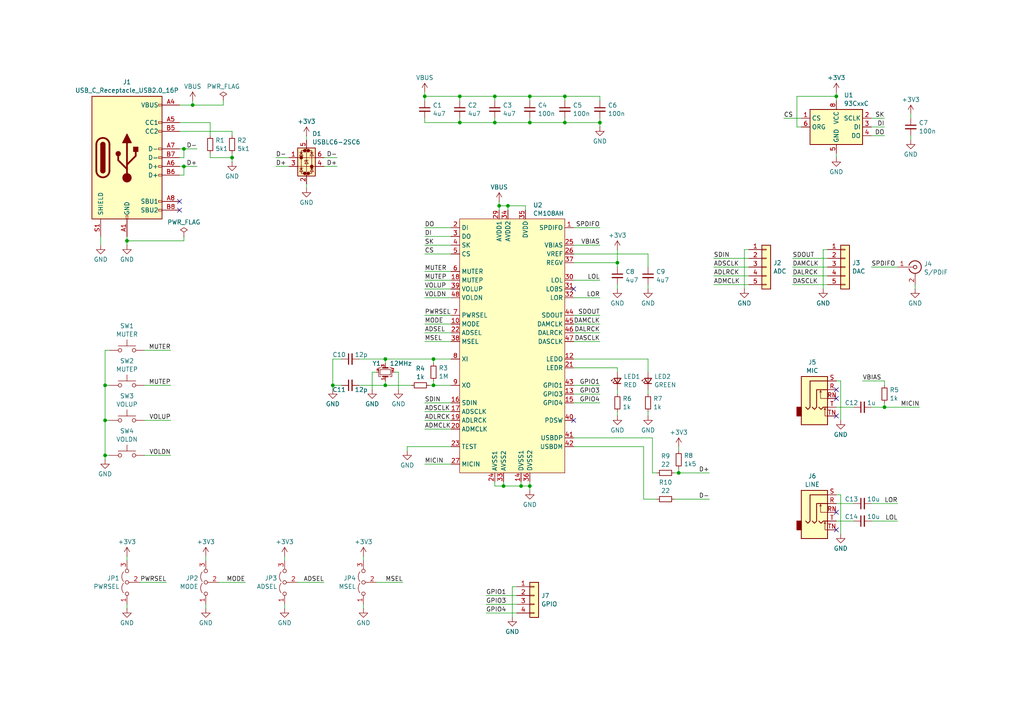
<source format=kicad_sch>
(kicad_sch
	(version 20231120)
	(generator "eeschema")
	(generator_version "8.0")
	(uuid "755421a6-5352-4e2b-87de-bbe98a6ecb78")
	(paper "A4")
	
	(junction
		(at 153.67 27.94)
		(diameter 0)
		(color 0 0 0 0)
		(uuid "0ba0c64f-8608-4da2-9201-8e4cd62fbbe0")
	)
	(junction
		(at 111.76 104.14)
		(diameter 0)
		(color 0 0 0 0)
		(uuid "0efd56ea-f120-4e99-a988-cb6eae496e18")
	)
	(junction
		(at 123.19 27.94)
		(diameter 0)
		(color 0 0 0 0)
		(uuid "0effe2db-dbc2-4d67-9593-d9426b4b387e")
	)
	(junction
		(at 30.48 132.08)
		(diameter 0)
		(color 0 0 0 0)
		(uuid "13af2abd-622a-4674-aa50-615ea31782cd")
	)
	(junction
		(at 36.83 69.85)
		(diameter 0)
		(color 0 0 0 0)
		(uuid "1b485b95-94dd-4850-9207-a2ba3f5967f2")
	)
	(junction
		(at 163.83 27.94)
		(diameter 0)
		(color 0 0 0 0)
		(uuid "2909b19f-c70c-4822-b43c-1e1801a930b8")
	)
	(junction
		(at 144.78 59.69)
		(diameter 0)
		(color 0 0 0 0)
		(uuid "2b024549-0116-4834-b0ac-7a822111baa1")
	)
	(junction
		(at 55.88 30.48)
		(diameter 0)
		(color 0 0 0 0)
		(uuid "4aba0dec-bade-4a4b-988d-33305c8be279")
	)
	(junction
		(at 133.35 35.56)
		(diameter 0)
		(color 0 0 0 0)
		(uuid "70c158a2-03c8-440c-801f-a0f594398a3f")
	)
	(junction
		(at 67.31 45.72)
		(diameter 0)
		(color 0 0 0 0)
		(uuid "768fa246-369c-4478-b25d-533bcf3379a0")
	)
	(junction
		(at 125.73 111.76)
		(diameter 0)
		(color 0 0 0 0)
		(uuid "7c46369c-8480-4a5c-85c8-a2024697f304")
	)
	(junction
		(at 256.54 118.11)
		(diameter 0)
		(color 0 0 0 0)
		(uuid "91aedc2e-3b25-446b-a250-9bc3205777fb")
	)
	(junction
		(at 153.67 35.56)
		(diameter 0)
		(color 0 0 0 0)
		(uuid "9b40a385-0218-433c-a7b4-a8a9957d5de0")
	)
	(junction
		(at 163.83 35.56)
		(diameter 0)
		(color 0 0 0 0)
		(uuid "9cded833-6efd-4251-851f-59a960a78d04")
	)
	(junction
		(at 143.51 27.94)
		(diameter 0)
		(color 0 0 0 0)
		(uuid "9d637e4d-8dd5-4226-a3b9-b9beaa4dd8ec")
	)
	(junction
		(at 143.51 35.56)
		(diameter 0)
		(color 0 0 0 0)
		(uuid "a172194c-7deb-400a-88ff-08083ed3f12b")
	)
	(junction
		(at 173.99 35.56)
		(diameter 0)
		(color 0 0 0 0)
		(uuid "a7402b11-3bd3-4b56-b326-16c2dcef0d83")
	)
	(junction
		(at 196.85 137.16)
		(diameter 0)
		(color 0 0 0 0)
		(uuid "a7f0f0e0-ca6a-430c-876b-dd8a8ecb5ee6")
	)
	(junction
		(at 151.13 140.97)
		(diameter 0)
		(color 0 0 0 0)
		(uuid "a7faa595-abf8-47ed-b8c7-4b0806c85736")
	)
	(junction
		(at 242.57 27.94)
		(diameter 0)
		(color 0 0 0 0)
		(uuid "af321293-1ec8-4c9e-9dbf-e380e2192adc")
	)
	(junction
		(at 53.34 43.18)
		(diameter 0)
		(color 0 0 0 0)
		(uuid "b271e5ca-6a2c-4cf6-bcce-8e7f806f9a06")
	)
	(junction
		(at 125.73 104.14)
		(diameter 0)
		(color 0 0 0 0)
		(uuid "b3572b35-5954-4d40-87bd-655d1754c5f0")
	)
	(junction
		(at 179.07 76.2)
		(diameter 0)
		(color 0 0 0 0)
		(uuid "b8219462-da6a-4ab3-94fa-b57be949ad33")
	)
	(junction
		(at 147.32 59.69)
		(diameter 0)
		(color 0 0 0 0)
		(uuid "ba415012-44f9-4c8c-96c9-78c7270bd0d8")
	)
	(junction
		(at 153.67 140.97)
		(diameter 0)
		(color 0 0 0 0)
		(uuid "bcf998d9-6a67-43b0-8c70-e66f4aa1e22f")
	)
	(junction
		(at 30.48 121.92)
		(diameter 0)
		(color 0 0 0 0)
		(uuid "c1154821-3122-40af-8fd2-519fba49998c")
	)
	(junction
		(at 146.05 140.97)
		(diameter 0)
		(color 0 0 0 0)
		(uuid "c45005f3-9b02-415b-93c6-311f03bcdfd6")
	)
	(junction
		(at 96.52 111.76)
		(diameter 0)
		(color 0 0 0 0)
		(uuid "d91fe60d-e9c4-4406-a73d-a12e2ccc677b")
	)
	(junction
		(at 133.35 27.94)
		(diameter 0)
		(color 0 0 0 0)
		(uuid "db1a7718-2ae8-40f5-8441-c7e282b64a1a")
	)
	(junction
		(at 53.34 48.26)
		(diameter 0)
		(color 0 0 0 0)
		(uuid "dee7b41a-07db-42d8-84a3-ee5b498ba3b5")
	)
	(junction
		(at 111.76 111.76)
		(diameter 0)
		(color 0 0 0 0)
		(uuid "e1434a97-ba07-4d6e-8f28-946bc77f9af1")
	)
	(junction
		(at 30.48 111.76)
		(diameter 0)
		(color 0 0 0 0)
		(uuid "fb73eed1-6c92-47c1-b3e7-e4f98fdc08f4")
	)
	(no_connect
		(at 242.57 148.59)
		(uuid "1e57a0e3-9b7d-4cb4-9919-c8410dd8fcf0")
	)
	(no_connect
		(at 242.57 113.03)
		(uuid "3dc98b3d-e9d2-4630-822b-259dcc438447")
	)
	(no_connect
		(at 242.57 120.65)
		(uuid "4a93e69a-b6f3-4fe4-9673-39c8ec68958e")
	)
	(no_connect
		(at 242.57 153.67)
		(uuid "56dd83c3-3c22-4ce0-be44-edd1aa9ec175")
	)
	(no_connect
		(at 52.07 60.96)
		(uuid "630f5d51-8215-4479-bbe3-918802982bf0")
	)
	(no_connect
		(at 242.57 115.57)
		(uuid "6cac9e6c-d0c1-4168-b6e4-bba17dd38af8")
	)
	(no_connect
		(at 166.37 83.82)
		(uuid "785f5a27-28ad-4d86-9566-37e7072dbd16")
	)
	(no_connect
		(at 166.37 121.92)
		(uuid "beba7cef-1bf2-4db7-84b3-8d745ebb1e11")
	)
	(no_connect
		(at 52.07 58.42)
		(uuid "f3d2824d-c591-47f6-a1a5-2bc1ca50c242")
	)
	(wire
		(pts
			(xy 123.19 91.44) (xy 130.81 91.44)
		)
		(stroke
			(width 0)
			(type default)
		)
		(uuid "00692ca3-7e00-410a-891c-9eae1ba4ec03")
	)
	(wire
		(pts
			(xy 123.19 99.06) (xy 130.81 99.06)
		)
		(stroke
			(width 0)
			(type default)
		)
		(uuid "02cf0099-2b7d-40b8-9b16-159e4c866f94")
	)
	(wire
		(pts
			(xy 140.97 175.26) (xy 149.86 175.26)
		)
		(stroke
			(width 0)
			(type default)
		)
		(uuid "031cab79-8a2e-46e1-af1a-0ff23b09edad")
	)
	(wire
		(pts
			(xy 107.95 107.95) (xy 109.22 107.95)
		)
		(stroke
			(width 0)
			(type default)
		)
		(uuid "04047aa8-c116-47d5-972e-20cc0c373e57")
	)
	(wire
		(pts
			(xy 140.97 172.72) (xy 149.86 172.72)
		)
		(stroke
			(width 0)
			(type default)
		)
		(uuid "04183f15-eb51-4be1-ab26-22b48d8839e4")
	)
	(wire
		(pts
			(xy 163.83 34.29) (xy 163.83 35.56)
		)
		(stroke
			(width 0)
			(type default)
		)
		(uuid "044df7fb-7262-4274-b136-e138bf26501b")
	)
	(wire
		(pts
			(xy 144.78 59.69) (xy 144.78 60.96)
		)
		(stroke
			(width 0)
			(type default)
		)
		(uuid "04a372bf-c006-415f-a8f3-d6ce9848d98b")
	)
	(wire
		(pts
			(xy 151.13 140.97) (xy 153.67 140.97)
		)
		(stroke
			(width 0)
			(type default)
		)
		(uuid "06777f7d-8478-4bd9-a108-07a019fd8e1c")
	)
	(wire
		(pts
			(xy 41.91 121.92) (xy 49.53 121.92)
		)
		(stroke
			(width 0)
			(type default)
		)
		(uuid "0827bd49-4838-4015-b677-c1c60541604d")
	)
	(wire
		(pts
			(xy 53.34 45.72) (xy 52.07 45.72)
		)
		(stroke
			(width 0)
			(type default)
		)
		(uuid "08720c4f-a8ef-4b82-a51c-c871f4af3300")
	)
	(wire
		(pts
			(xy 215.9 72.39) (xy 217.17 72.39)
		)
		(stroke
			(width 0)
			(type default)
		)
		(uuid "09619ea8-153b-4225-9e54-89d58944de8b")
	)
	(wire
		(pts
			(xy 189.23 127) (xy 189.23 137.16)
		)
		(stroke
			(width 0)
			(type default)
		)
		(uuid "0a2bb5f7-5ff1-48c4-8d85-88017ec6d7a9")
	)
	(wire
		(pts
			(xy 93.98 48.26) (xy 97.79 48.26)
		)
		(stroke
			(width 0)
			(type default)
		)
		(uuid "0de2cc4d-1ce7-4a50-9445-9c63f8b825e3")
	)
	(wire
		(pts
			(xy 64.77 30.48) (xy 55.88 30.48)
		)
		(stroke
			(width 0)
			(type default)
		)
		(uuid "1039a18b-6e7b-4e15-b719-8a6e904b77ec")
	)
	(wire
		(pts
			(xy 143.51 27.94) (xy 153.67 27.94)
		)
		(stroke
			(width 0)
			(type default)
		)
		(uuid "12e9d9b9-902e-4519-be40-9f016682d227")
	)
	(wire
		(pts
			(xy 104.14 111.76) (xy 111.76 111.76)
		)
		(stroke
			(width 0)
			(type default)
		)
		(uuid "1379d1a0-e681-4c4f-9c6d-31efcc141691")
	)
	(wire
		(pts
			(xy 146.05 139.7) (xy 146.05 140.97)
		)
		(stroke
			(width 0)
			(type default)
		)
		(uuid "139d2f4f-e7d8-4ac0-b854-ad83163f1edc")
	)
	(wire
		(pts
			(xy 152.4 59.69) (xy 152.4 60.96)
		)
		(stroke
			(width 0)
			(type default)
		)
		(uuid "13df1104-489f-4727-bc87-e742969cf3b9")
	)
	(wire
		(pts
			(xy 196.85 129.54) (xy 196.85 130.81)
		)
		(stroke
			(width 0)
			(type default)
		)
		(uuid "14905613-107b-43c1-804e-4fa942ae2be7")
	)
	(wire
		(pts
			(xy 133.35 27.94) (xy 143.51 27.94)
		)
		(stroke
			(width 0)
			(type default)
		)
		(uuid "1519b04e-5b45-4a62-8c25-18239b5eff4c")
	)
	(wire
		(pts
			(xy 36.83 175.26) (xy 36.83 176.53)
		)
		(stroke
			(width 0)
			(type default)
		)
		(uuid "15d16b2e-a2aa-4751-8453-a5ddae29860b")
	)
	(wire
		(pts
			(xy 256.54 118.11) (xy 266.7 118.11)
		)
		(stroke
			(width 0)
			(type default)
		)
		(uuid "180e791c-1a33-4801-90cf-2013eba92448")
	)
	(wire
		(pts
			(xy 118.11 129.54) (xy 130.81 129.54)
		)
		(stroke
			(width 0)
			(type default)
		)
		(uuid "1812631d-8f86-4380-b78b-d5510fdd107a")
	)
	(wire
		(pts
			(xy 123.19 66.04) (xy 130.81 66.04)
		)
		(stroke
			(width 0)
			(type default)
		)
		(uuid "1c59c4d9-7311-4d2a-befd-e53bb2d9fa70")
	)
	(wire
		(pts
			(xy 143.51 139.7) (xy 143.51 140.97)
		)
		(stroke
			(width 0)
			(type default)
		)
		(uuid "1ce8023a-d62f-47fe-83a7-8c7ae3d9d6e0")
	)
	(wire
		(pts
			(xy 123.19 93.98) (xy 130.81 93.98)
		)
		(stroke
			(width 0)
			(type default)
		)
		(uuid "2059ec1b-ed2d-4e30-bf7c-092616b68beb")
	)
	(wire
		(pts
			(xy 30.48 101.6) (xy 31.75 101.6)
		)
		(stroke
			(width 0)
			(type default)
		)
		(uuid "21c66b22-7f70-46cb-956d-2c6bef417d4a")
	)
	(wire
		(pts
			(xy 166.37 99.06) (xy 173.99 99.06)
		)
		(stroke
			(width 0)
			(type default)
		)
		(uuid "21c7cb1c-3ed4-49a4-b1a7-3b501b4c587f")
	)
	(wire
		(pts
			(xy 232.41 36.83) (xy 231.14 36.83)
		)
		(stroke
			(width 0)
			(type default)
		)
		(uuid "21e91d23-7f69-49fb-bbd6-2fc78199305c")
	)
	(wire
		(pts
			(xy 196.85 135.89) (xy 196.85 137.16)
		)
		(stroke
			(width 0)
			(type default)
		)
		(uuid "227a3ab6-5fa1-46af-85a7-22671d2ec947")
	)
	(wire
		(pts
			(xy 30.48 121.92) (xy 30.48 111.76)
		)
		(stroke
			(width 0)
			(type default)
		)
		(uuid "22f94949-15d3-46aa-a3b4-6e0060c42945")
	)
	(wire
		(pts
			(xy 53.34 48.26) (xy 57.15 48.26)
		)
		(stroke
			(width 0)
			(type default)
		)
		(uuid "2335e729-4a37-4d00-92ff-ed99f068090c")
	)
	(wire
		(pts
			(xy 187.96 119.38) (xy 187.96 120.65)
		)
		(stroke
			(width 0)
			(type default)
		)
		(uuid "234d998c-34e3-451d-9429-d9a59133efa2")
	)
	(wire
		(pts
			(xy 207.01 77.47) (xy 217.17 77.47)
		)
		(stroke
			(width 0)
			(type default)
		)
		(uuid "237bde96-5130-4da4-8e13-8bf657a1ba84")
	)
	(wire
		(pts
			(xy 166.37 91.44) (xy 173.99 91.44)
		)
		(stroke
			(width 0)
			(type default)
		)
		(uuid "252af156-d15c-4103-b5f9-bb0dba817075")
	)
	(wire
		(pts
			(xy 256.54 116.84) (xy 256.54 118.11)
		)
		(stroke
			(width 0)
			(type default)
		)
		(uuid "25bae9d9-e978-4cdd-95a4-841f30c8d627")
	)
	(wire
		(pts
			(xy 30.48 111.76) (xy 30.48 101.6)
		)
		(stroke
			(width 0)
			(type default)
		)
		(uuid "27211089-4301-453e-bd8a-f944116719ab")
	)
	(wire
		(pts
			(xy 250.19 110.49) (xy 256.54 110.49)
		)
		(stroke
			(width 0)
			(type default)
		)
		(uuid "285e1fed-eaa8-481d-b101-637c15c72b0a")
	)
	(wire
		(pts
			(xy 55.88 30.48) (xy 52.07 30.48)
		)
		(stroke
			(width 0)
			(type default)
		)
		(uuid "28883ec7-0e99-4a5e-8d51-b373722da55d")
	)
	(wire
		(pts
			(xy 64.77 29.21) (xy 64.77 30.48)
		)
		(stroke
			(width 0)
			(type default)
		)
		(uuid "297c32a6-39c3-4298-ab6b-e34a7b96a1de")
	)
	(wire
		(pts
			(xy 186.69 129.54) (xy 186.69 144.78)
		)
		(stroke
			(width 0)
			(type default)
		)
		(uuid "29968ec9-ef12-462c-82f3-d388df556be4")
	)
	(wire
		(pts
			(xy 153.67 27.94) (xy 153.67 29.21)
		)
		(stroke
			(width 0)
			(type default)
		)
		(uuid "2a2c2843-e26f-4887-bcbd-029e73940d63")
	)
	(wire
		(pts
			(xy 118.11 130.81) (xy 118.11 129.54)
		)
		(stroke
			(width 0)
			(type default)
		)
		(uuid "2cc09d9c-aa65-4eeb-a1ab-2c3a69779542")
	)
	(wire
		(pts
			(xy 264.16 39.37) (xy 264.16 40.64)
		)
		(stroke
			(width 0)
			(type default)
		)
		(uuid "2fd6f27b-8f3a-4077-836d-178f21a31c05")
	)
	(wire
		(pts
			(xy 123.19 83.82) (xy 130.81 83.82)
		)
		(stroke
			(width 0)
			(type default)
		)
		(uuid "3046a330-7370-4b2e-96b9-fd5cb85b56a0")
	)
	(wire
		(pts
			(xy 52.07 38.1) (xy 67.31 38.1)
		)
		(stroke
			(width 0)
			(type default)
		)
		(uuid "305910eb-ff76-4ebc-bfd9-16fbd8b19442")
	)
	(wire
		(pts
			(xy 114.3 107.95) (xy 115.57 107.95)
		)
		(stroke
			(width 0)
			(type default)
		)
		(uuid "311d1f9d-bc2b-4fe3-8c17-a0ffc6e16695")
	)
	(wire
		(pts
			(xy 109.22 168.91) (xy 116.84 168.91)
		)
		(stroke
			(width 0)
			(type default)
		)
		(uuid "33c2881d-adbc-4610-9900-50d4d00b0507")
	)
	(wire
		(pts
			(xy 53.34 50.8) (xy 52.07 50.8)
		)
		(stroke
			(width 0)
			(type default)
		)
		(uuid "33c6f4ab-cc50-4d36-8f1f-24e5e7a80644")
	)
	(wire
		(pts
			(xy 60.96 45.72) (xy 67.31 45.72)
		)
		(stroke
			(width 0)
			(type default)
		)
		(uuid "34ada93c-6ff7-42d4-af50-fcddbe521006")
	)
	(wire
		(pts
			(xy 215.9 72.39) (xy 215.9 83.82)
		)
		(stroke
			(width 0)
			(type default)
		)
		(uuid "352072c8-d7d6-4ab6-a57d-439dc633f2c9")
	)
	(wire
		(pts
			(xy 36.83 69.85) (xy 53.34 69.85)
		)
		(stroke
			(width 0)
			(type default)
		)
		(uuid "372ba323-9be6-4c8c-b9fb-9af71658ce80")
	)
	(wire
		(pts
			(xy 153.67 35.56) (xy 143.51 35.56)
		)
		(stroke
			(width 0)
			(type default)
		)
		(uuid "373e4b5e-f7c9-483e-a5a2-ab3c65c322de")
	)
	(wire
		(pts
			(xy 36.83 161.29) (xy 36.83 162.56)
		)
		(stroke
			(width 0)
			(type default)
		)
		(uuid "37f6a14f-6878-427f-bbba-a3f7cbaac4e5")
	)
	(wire
		(pts
			(xy 30.48 132.08) (xy 31.75 132.08)
		)
		(stroke
			(width 0)
			(type default)
		)
		(uuid "3823ef72-73ae-4e04-9093-e9eff3f7bd34")
	)
	(wire
		(pts
			(xy 53.34 43.18) (xy 53.34 45.72)
		)
		(stroke
			(width 0)
			(type default)
		)
		(uuid "383c4f0c-efae-4098-a76c-9f98804d19be")
	)
	(wire
		(pts
			(xy 55.88 29.21) (xy 55.88 30.48)
		)
		(stroke
			(width 0)
			(type default)
		)
		(uuid "398ac96d-366f-42da-b572-ac70bd74c65b")
	)
	(wire
		(pts
			(xy 153.67 139.7) (xy 153.67 140.97)
		)
		(stroke
			(width 0)
			(type default)
		)
		(uuid "39e4f55f-0636-4cc9-81dc-52f4c978cd71")
	)
	(wire
		(pts
			(xy 229.87 77.47) (xy 240.03 77.47)
		)
		(stroke
			(width 0)
			(type default)
		)
		(uuid "3a54d1b8-1020-4f57-9926-27915fc54d65")
	)
	(wire
		(pts
			(xy 30.48 133.35) (xy 30.48 132.08)
		)
		(stroke
			(width 0)
			(type default)
		)
		(uuid "3b0c6847-d519-47d3-8d6d-52af3e9c64ad")
	)
	(wire
		(pts
			(xy 133.35 34.29) (xy 133.35 35.56)
		)
		(stroke
			(width 0)
			(type default)
		)
		(uuid "3bbc2892-bdc8-4f2e-89f4-37ab6a98af3b")
	)
	(wire
		(pts
			(xy 53.34 43.18) (xy 57.15 43.18)
		)
		(stroke
			(width 0)
			(type default)
		)
		(uuid "3d20122c-8b6a-4856-a5ff-31ae0b30efac")
	)
	(wire
		(pts
			(xy 242.57 143.51) (xy 243.84 143.51)
		)
		(stroke
			(width 0)
			(type default)
		)
		(uuid "3fcecf51-8542-493c-928d-dd4449e48d4a")
	)
	(wire
		(pts
			(xy 143.51 35.56) (xy 143.51 34.29)
		)
		(stroke
			(width 0)
			(type default)
		)
		(uuid "40daf3b5-82e4-4882-a6d3-7ffa39a557d8")
	)
	(wire
		(pts
			(xy 166.37 66.04) (xy 173.99 66.04)
		)
		(stroke
			(width 0)
			(type default)
		)
		(uuid "4140c0ed-944e-43c7-aab7-4e76c338deb2")
	)
	(wire
		(pts
			(xy 105.41 161.29) (xy 105.41 162.56)
		)
		(stroke
			(width 0)
			(type default)
		)
		(uuid "41497abf-e8fa-4eb3-82e8-92d39f724334")
	)
	(wire
		(pts
			(xy 179.07 113.03) (xy 179.07 114.3)
		)
		(stroke
			(width 0)
			(type default)
		)
		(uuid "4159d8bf-52b4-4606-8ffc-7a017d8622f1")
	)
	(wire
		(pts
			(xy 173.99 36.83) (xy 173.99 35.56)
		)
		(stroke
			(width 0)
			(type default)
		)
		(uuid "41974d71-0a01-484f-ba53-328ca83c25f3")
	)
	(wire
		(pts
			(xy 243.84 143.51) (xy 243.84 154.94)
		)
		(stroke
			(width 0)
			(type default)
		)
		(uuid "4273d13e-440a-41cd-92dc-d76c4b329a06")
	)
	(wire
		(pts
			(xy 143.51 27.94) (xy 143.51 29.21)
		)
		(stroke
			(width 0)
			(type default)
		)
		(uuid "4b520a1b-a1bf-4da7-9b16-2de32769472f")
	)
	(wire
		(pts
			(xy 30.48 132.08) (xy 30.48 121.92)
		)
		(stroke
			(width 0)
			(type default)
		)
		(uuid "4ed902b1-81a2-4b8d-ba56-df51d8ee0b73")
	)
	(wire
		(pts
			(xy 229.87 82.55) (xy 240.03 82.55)
		)
		(stroke
			(width 0)
			(type default)
		)
		(uuid "4f3d8aa6-8d84-4586-ac13-2f4a828893fc")
	)
	(wire
		(pts
			(xy 123.19 124.46) (xy 130.81 124.46)
		)
		(stroke
			(width 0)
			(type default)
		)
		(uuid "4f7d357d-0324-4476-a2c2-0d260f9ce09a")
	)
	(wire
		(pts
			(xy 173.99 34.29) (xy 173.99 35.56)
		)
		(stroke
			(width 0)
			(type default)
		)
		(uuid "51523b8c-8130-4d7f-9507-5baf1ce92b2c")
	)
	(wire
		(pts
			(xy 196.85 137.16) (xy 205.74 137.16)
		)
		(stroke
			(width 0)
			(type default)
		)
		(uuid "5368150b-2e67-43b5-b849-65f4c1e31199")
	)
	(wire
		(pts
			(xy 187.96 113.03) (xy 187.96 114.3)
		)
		(stroke
			(width 0)
			(type default)
		)
		(uuid "5407c177-c8cd-40f6-9975-09e5b213f881")
	)
	(wire
		(pts
			(xy 149.86 170.18) (xy 148.59 170.18)
		)
		(stroke
			(width 0)
			(type default)
		)
		(uuid "54c59075-40bb-4352-8603-a2634a4ca611")
	)
	(wire
		(pts
			(xy 123.19 116.84) (xy 130.81 116.84)
		)
		(stroke
			(width 0)
			(type default)
		)
		(uuid "560d6946-c434-486e-9ca3-343924cccadd")
	)
	(wire
		(pts
			(xy 187.96 104.14) (xy 187.96 107.95)
		)
		(stroke
			(width 0)
			(type default)
		)
		(uuid "57b56654-3d47-4567-89e4-3b5f42156a1e")
	)
	(wire
		(pts
			(xy 166.37 73.66) (xy 187.96 73.66)
		)
		(stroke
			(width 0)
			(type default)
		)
		(uuid "5a546e69-ad36-404b-8672-e5b122f5963a")
	)
	(wire
		(pts
			(xy 252.73 146.05) (xy 260.35 146.05)
		)
		(stroke
			(width 0)
			(type default)
		)
		(uuid "5d50aac1-f2aa-4d21-8a4f-1b8466da18a6")
	)
	(wire
		(pts
			(xy 123.19 81.28) (xy 130.81 81.28)
		)
		(stroke
			(width 0)
			(type default)
		)
		(uuid "5f1559a8-8b31-4d06-ba9f-016a44e7135b")
	)
	(wire
		(pts
			(xy 125.73 104.14) (xy 125.73 105.41)
		)
		(stroke
			(width 0)
			(type default)
		)
		(uuid "5f5b3201-b23d-4385-9ca9-a01a9111a26a")
	)
	(wire
		(pts
			(xy 59.69 161.29) (xy 59.69 162.56)
		)
		(stroke
			(width 0)
			(type default)
		)
		(uuid "605c37f3-e7fb-4a22-9d36-641b6e450f15")
	)
	(wire
		(pts
			(xy 153.67 27.94) (xy 163.83 27.94)
		)
		(stroke
			(width 0)
			(type default)
		)
		(uuid "606e5925-db2d-412f-a931-f9bcf8a9f6e2")
	)
	(wire
		(pts
			(xy 123.19 71.12) (xy 130.81 71.12)
		)
		(stroke
			(width 0)
			(type default)
		)
		(uuid "60c000ad-459b-4665-a8ec-4b3353eb281c")
	)
	(wire
		(pts
			(xy 30.48 111.76) (xy 31.75 111.76)
		)
		(stroke
			(width 0)
			(type default)
		)
		(uuid "623e9a75-458e-4ec0-86b9-f698f07faf82")
	)
	(wire
		(pts
			(xy 242.57 27.94) (xy 242.57 29.21)
		)
		(stroke
			(width 0)
			(type default)
		)
		(uuid "627f238f-4be4-48be-84b3-7989fc5f6511")
	)
	(wire
		(pts
			(xy 123.19 27.94) (xy 123.19 29.21)
		)
		(stroke
			(width 0)
			(type default)
		)
		(uuid "62b64ba4-1e57-40a1-9dd5-55b6e02d3d97")
	)
	(wire
		(pts
			(xy 124.46 111.76) (xy 125.73 111.76)
		)
		(stroke
			(width 0)
			(type default)
		)
		(uuid "63ab33db-c521-4e6a-a6ea-3f456f347850")
	)
	(wire
		(pts
			(xy 60.96 44.45) (xy 60.96 45.72)
		)
		(stroke
			(width 0)
			(type default)
		)
		(uuid "66431cb2-5c46-4f98-9b08-e88938092483")
	)
	(wire
		(pts
			(xy 179.07 106.68) (xy 179.07 107.95)
		)
		(stroke
			(width 0)
			(type default)
		)
		(uuid "66d20d8f-2c6b-4ffa-b5c3-c663ecde2975")
	)
	(wire
		(pts
			(xy 166.37 106.68) (xy 179.07 106.68)
		)
		(stroke
			(width 0)
			(type default)
		)
		(uuid "6bb02c18-0cd7-4135-b67a-d7992e9256cf")
	)
	(wire
		(pts
			(xy 111.76 111.76) (xy 119.38 111.76)
		)
		(stroke
			(width 0)
			(type default)
		)
		(uuid "6bd17d6a-f324-4b82-b9e1-f8b7996bd038")
	)
	(wire
		(pts
			(xy 153.67 34.29) (xy 153.67 35.56)
		)
		(stroke
			(width 0)
			(type default)
		)
		(uuid "6d9d2cb9-2929-4f52-a15f-b1c72dd53eaa")
	)
	(wire
		(pts
			(xy 133.35 35.56) (xy 143.51 35.56)
		)
		(stroke
			(width 0)
			(type default)
		)
		(uuid "6ebe7cd1-7ba5-4a95-848c-58e62c0b7f0c")
	)
	(wire
		(pts
			(xy 163.83 27.94) (xy 163.83 29.21)
		)
		(stroke
			(width 0)
			(type default)
		)
		(uuid "716dca9c-2cc0-4f34-8167-1c6a08506e99")
	)
	(wire
		(pts
			(xy 252.73 77.47) (xy 260.35 77.47)
		)
		(stroke
			(width 0)
			(type default)
		)
		(uuid "720313df-e708-4656-b3b0-69627d105852")
	)
	(wire
		(pts
			(xy 130.81 111.76) (xy 125.73 111.76)
		)
		(stroke
			(width 0)
			(type default)
		)
		(uuid "7296b1d7-7a51-4461-8143-06c28c042faa")
	)
	(wire
		(pts
			(xy 242.57 118.11) (xy 247.65 118.11)
		)
		(stroke
			(width 0)
			(type default)
		)
		(uuid "74708795-3876-4f1c-93ea-31912e97ddcc")
	)
	(wire
		(pts
			(xy 125.73 104.14) (xy 130.81 104.14)
		)
		(stroke
			(width 0)
			(type default)
		)
		(uuid "74b5f8c1-74c5-4a5a-aa7e-246cd41d13be")
	)
	(wire
		(pts
			(xy 179.07 76.2) (xy 179.07 77.47)
		)
		(stroke
			(width 0)
			(type default)
		)
		(uuid "754c84e5-0acb-41ac-9fa0-a5cb19a1433e")
	)
	(wire
		(pts
			(xy 123.19 68.58) (xy 130.81 68.58)
		)
		(stroke
			(width 0)
			(type default)
		)
		(uuid "757551b8-1126-470c-8186-41739715bba3")
	)
	(wire
		(pts
			(xy 60.96 39.37) (xy 60.96 35.56)
		)
		(stroke
			(width 0)
			(type default)
		)
		(uuid "7864c288-80a8-44d3-833f-73fb60f53d1b")
	)
	(wire
		(pts
			(xy 29.21 68.58) (xy 29.21 71.12)
		)
		(stroke
			(width 0)
			(type default)
		)
		(uuid "789a6d37-58e3-48c5-99b5-411e7599e0bc")
	)
	(wire
		(pts
			(xy 96.52 111.76) (xy 96.52 104.14)
		)
		(stroke
			(width 0)
			(type default)
		)
		(uuid "79921123-73b5-4047-a091-485e0eb57813")
	)
	(wire
		(pts
			(xy 195.58 144.78) (xy 205.74 144.78)
		)
		(stroke
			(width 0)
			(type default)
		)
		(uuid "79c256a4-4705-4533-a85e-30e3baac6d0b")
	)
	(wire
		(pts
			(xy 93.98 45.72) (xy 97.79 45.72)
		)
		(stroke
			(width 0)
			(type default)
		)
		(uuid "7b063e16-f2f1-481d-8b8b-088d4370cada")
	)
	(wire
		(pts
			(xy 166.37 71.12) (xy 173.99 71.12)
		)
		(stroke
			(width 0)
			(type default)
		)
		(uuid "7b54f7ac-6545-412c-9e12-061e7803096b")
	)
	(wire
		(pts
			(xy 153.67 140.97) (xy 153.67 142.24)
		)
		(stroke
			(width 0)
			(type default)
		)
		(uuid "7c6ef35d-9ed8-4cc1-b69c-2c2a2b0610e2")
	)
	(wire
		(pts
			(xy 242.57 146.05) (xy 247.65 146.05)
		)
		(stroke
			(width 0)
			(type default)
		)
		(uuid "7d5cbbaf-ec1c-4f5b-9e67-43454326f5d9")
	)
	(wire
		(pts
			(xy 231.14 36.83) (xy 231.14 27.94)
		)
		(stroke
			(width 0)
			(type default)
		)
		(uuid "7ebc8473-cdfc-4c89-bcac-9250aac4f73a")
	)
	(wire
		(pts
			(xy 111.76 110.49) (xy 111.76 111.76)
		)
		(stroke
			(width 0)
			(type default)
		)
		(uuid "7f3955c5-76ad-43d1-80a8-6bab55285a79")
	)
	(wire
		(pts
			(xy 36.83 71.12) (xy 36.83 69.85)
		)
		(stroke
			(width 0)
			(type default)
		)
		(uuid "7f5e52ce-460e-4987-8090-2cbe52ae73a6")
	)
	(wire
		(pts
			(xy 252.73 36.83) (xy 256.54 36.83)
		)
		(stroke
			(width 0)
			(type default)
		)
		(uuid "7f6f89dd-3717-47ac-b771-73a63e053d89")
	)
	(wire
		(pts
			(xy 123.19 35.56) (xy 133.35 35.56)
		)
		(stroke
			(width 0)
			(type default)
		)
		(uuid "80e2850a-16b3-4b0a-98d2-5044426517ca")
	)
	(wire
		(pts
			(xy 123.19 78.74) (xy 130.81 78.74)
		)
		(stroke
			(width 0)
			(type default)
		)
		(uuid "80f20826-de0f-47e7-a2e5-b442018d2855")
	)
	(wire
		(pts
			(xy 231.14 27.94) (xy 242.57 27.94)
		)
		(stroke
			(width 0)
			(type default)
		)
		(uuid "81956049-1e2a-4aed-9b53-38d59bb844ee")
	)
	(wire
		(pts
			(xy 41.91 111.76) (xy 49.53 111.76)
		)
		(stroke
			(width 0)
			(type default)
		)
		(uuid "83231643-b0ea-426d-8c1a-cb73b0bfb928")
	)
	(wire
		(pts
			(xy 52.07 48.26) (xy 53.34 48.26)
		)
		(stroke
			(width 0)
			(type default)
		)
		(uuid "85dcf840-5bcb-416a-b9d9-4762dda6cf5f")
	)
	(wire
		(pts
			(xy 40.64 168.91) (xy 48.26 168.91)
		)
		(stroke
			(width 0)
			(type default)
		)
		(uuid "862b16a4-bf1c-49a3-8cd6-d8ab7dcfd58a")
	)
	(wire
		(pts
			(xy 166.37 129.54) (xy 186.69 129.54)
		)
		(stroke
			(width 0)
			(type default)
		)
		(uuid "8abf5167-cafa-4d52-88ff-e61ea1ac5529")
	)
	(wire
		(pts
			(xy 207.01 80.01) (xy 217.17 80.01)
		)
		(stroke
			(width 0)
			(type default)
		)
		(uuid "8c56a2c5-b36b-4bb1-a9da-6d853554df63")
	)
	(wire
		(pts
			(xy 238.76 72.39) (xy 238.76 83.82)
		)
		(stroke
			(width 0)
			(type default)
		)
		(uuid "8dd1f82d-9e5f-4652-b027-ebe78bdeae3c")
	)
	(wire
		(pts
			(xy 111.76 104.14) (xy 125.73 104.14)
		)
		(stroke
			(width 0)
			(type default)
		)
		(uuid "8e47b1fe-60b3-4ad5-8426-9008c887f357")
	)
	(wire
		(pts
			(xy 105.41 175.26) (xy 105.41 176.53)
		)
		(stroke
			(width 0)
			(type default)
		)
		(uuid "9053270b-c3ed-47e9-9295-bac50ad4ceff")
	)
	(wire
		(pts
			(xy 187.96 73.66) (xy 187.96 77.47)
		)
		(stroke
			(width 0)
			(type default)
		)
		(uuid "90dee636-c254-485d-87b2-402180362b52")
	)
	(wire
		(pts
			(xy 187.96 82.55) (xy 187.96 83.82)
		)
		(stroke
			(width 0)
			(type default)
		)
		(uuid "92cbed29-2580-4cb6-b9b0-e085de152c62")
	)
	(wire
		(pts
			(xy 88.9 53.34) (xy 88.9 54.61)
		)
		(stroke
			(width 0)
			(type default)
		)
		(uuid "948f3c47-9b11-408c-95f0-66a28425286b")
	)
	(wire
		(pts
			(xy 123.19 27.94) (xy 133.35 27.94)
		)
		(stroke
			(width 0)
			(type default)
		)
		(uuid "9497fbb5-a519-4edf-a260-48d738ff5e80")
	)
	(wire
		(pts
			(xy 166.37 81.28) (xy 173.99 81.28)
		)
		(stroke
			(width 0)
			(type default)
		)
		(uuid "9623718e-0982-4a61-89b3-e82f2a3b57b2")
	)
	(wire
		(pts
			(xy 189.23 137.16) (xy 190.5 137.16)
		)
		(stroke
			(width 0)
			(type default)
		)
		(uuid "989e5740-8bab-4bc1-99c1-63bb8a352b4f")
	)
	(wire
		(pts
			(xy 41.91 101.6) (xy 49.53 101.6)
		)
		(stroke
			(width 0)
			(type default)
		)
		(uuid "98a464ea-235c-4a1b-b429-7a5ebf767659")
	)
	(wire
		(pts
			(xy 123.19 73.66) (xy 130.81 73.66)
		)
		(stroke
			(width 0)
			(type default)
		)
		(uuid "9c0295f5-5bfa-414d-ab6c-450106b4dea0")
	)
	(wire
		(pts
			(xy 123.19 26.67) (xy 123.19 27.94)
		)
		(stroke
			(width 0)
			(type default)
		)
		(uuid "9ffedd40-8426-4e13-bebc-49d08255b1dd")
	)
	(wire
		(pts
			(xy 242.57 151.13) (xy 247.65 151.13)
		)
		(stroke
			(width 0)
			(type default)
		)
		(uuid "a13a7b65-1d3b-4b7d-b4f8-3c1c93710c70")
	)
	(wire
		(pts
			(xy 36.83 68.58) (xy 36.83 69.85)
		)
		(stroke
			(width 0)
			(type default)
		)
		(uuid "a1e57358-3669-4638-9b79-cb6102848e78")
	)
	(wire
		(pts
			(xy 86.36 168.91) (xy 93.98 168.91)
		)
		(stroke
			(width 0)
			(type default)
		)
		(uuid "a298982f-e2ce-458a-84c5-a0e65dfba69c")
	)
	(wire
		(pts
			(xy 173.99 35.56) (xy 163.83 35.56)
		)
		(stroke
			(width 0)
			(type default)
		)
		(uuid "a3a9c839-12d7-4fd6-b28f-7bc7edc685ef")
	)
	(wire
		(pts
			(xy 163.83 35.56) (xy 153.67 35.56)
		)
		(stroke
			(width 0)
			(type default)
		)
		(uuid "a55aff0a-1722-4d14-aee1-31bfc0480d70")
	)
	(wire
		(pts
			(xy 252.73 118.11) (xy 256.54 118.11)
		)
		(stroke
			(width 0)
			(type default)
		)
		(uuid "a8a549ee-8a3e-46a8-bddd-f5c51b712f53")
	)
	(wire
		(pts
			(xy 59.69 175.26) (xy 59.69 176.53)
		)
		(stroke
			(width 0)
			(type default)
		)
		(uuid "aa6da987-bcfe-4498-8c61-a94ad9183bcd")
	)
	(wire
		(pts
			(xy 144.78 59.69) (xy 147.32 59.69)
		)
		(stroke
			(width 0)
			(type default)
		)
		(uuid "ab4a5895-cd9b-4473-a424-decd18c25013")
	)
	(wire
		(pts
			(xy 179.07 82.55) (xy 179.07 83.82)
		)
		(stroke
			(width 0)
			(type default)
		)
		(uuid "abb88a13-ca92-4756-8ee7-08668ea36878")
	)
	(wire
		(pts
			(xy 243.84 110.49) (xy 243.84 121.92)
		)
		(stroke
			(width 0)
			(type default)
		)
		(uuid "ace2e83d-a01d-4c41-b07e-938275a95768")
	)
	(wire
		(pts
			(xy 166.37 127) (xy 189.23 127)
		)
		(stroke
			(width 0)
			(type default)
		)
		(uuid "af3c0d1a-d6f0-4f7a-8906-86313425310c")
	)
	(wire
		(pts
			(xy 67.31 45.72) (xy 67.31 46.99)
		)
		(stroke
			(width 0)
			(type default)
		)
		(uuid "af6bed56-ab2b-44f8-b42e-8582a6dcc478")
	)
	(wire
		(pts
			(xy 123.19 86.36) (xy 130.81 86.36)
		)
		(stroke
			(width 0)
			(type default)
		)
		(uuid "b063f000-684f-467a-81dc-09925b068514")
	)
	(wire
		(pts
			(xy 242.57 44.45) (xy 242.57 45.72)
		)
		(stroke
			(width 0)
			(type default)
		)
		(uuid "b323c7a0-6091-461f-a5e0-e66db47741b5")
	)
	(wire
		(pts
			(xy 256.54 110.49) (xy 256.54 111.76)
		)
		(stroke
			(width 0)
			(type default)
		)
		(uuid "b67badd5-f20d-41c5-944f-7ad2773d52ca")
	)
	(wire
		(pts
			(xy 140.97 177.8) (xy 149.86 177.8)
		)
		(stroke
			(width 0)
			(type default)
		)
		(uuid "b843e9a9-dacf-4713-85fd-ee3cb9dd9eba")
	)
	(wire
		(pts
			(xy 252.73 151.13) (xy 260.35 151.13)
		)
		(stroke
			(width 0)
			(type default)
		)
		(uuid "ba133e16-e740-4c3c-8189-873e4e84b212")
	)
	(wire
		(pts
			(xy 166.37 86.36) (xy 173.99 86.36)
		)
		(stroke
			(width 0)
			(type default)
		)
		(uuid "bebf8fe1-39bf-4c4b-bfaf-150c8581f9b8")
	)
	(wire
		(pts
			(xy 123.19 34.29) (xy 123.19 35.56)
		)
		(stroke
			(width 0)
			(type default)
		)
		(uuid "bf702beb-6ca2-4eba-8c01-c80b99589e88")
	)
	(wire
		(pts
			(xy 63.5 168.91) (xy 71.12 168.91)
		)
		(stroke
			(width 0)
			(type default)
		)
		(uuid "bf9c6cd4-4fbf-4c2c-bd3d-270d6e34c5ee")
	)
	(wire
		(pts
			(xy 166.37 93.98) (xy 173.99 93.98)
		)
		(stroke
			(width 0)
			(type default)
		)
		(uuid "bfc19d1e-2140-4182-8bba-834a92523a9d")
	)
	(wire
		(pts
			(xy 166.37 96.52) (xy 173.99 96.52)
		)
		(stroke
			(width 0)
			(type default)
		)
		(uuid "bfe5a367-ff76-4c16-9716-1e43e66e1b60")
	)
	(wire
		(pts
			(xy 67.31 44.45) (xy 67.31 45.72)
		)
		(stroke
			(width 0)
			(type default)
		)
		(uuid "c03d34ed-a0a5-4dd5-8820-e073535767b0")
	)
	(wire
		(pts
			(xy 265.43 82.55) (xy 265.43 83.82)
		)
		(stroke
			(width 0)
			(type default)
		)
		(uuid "c0d412b5-8722-47ae-93ad-d1cf069314aa")
	)
	(wire
		(pts
			(xy 147.32 59.69) (xy 147.32 60.96)
		)
		(stroke
			(width 0)
			(type default)
		)
		(uuid "c464f0d8-e202-4390-bf82-74fae0a57b83")
	)
	(wire
		(pts
			(xy 151.13 139.7) (xy 151.13 140.97)
		)
		(stroke
			(width 0)
			(type default)
		)
		(uuid "c5276a84-6e75-4e5d-a7e6-b3ff646f5a35")
	)
	(wire
		(pts
			(xy 41.91 132.08) (xy 49.53 132.08)
		)
		(stroke
			(width 0)
			(type default)
		)
		(uuid "c5543c4e-7d14-48b2-b77a-ce9fe1067998")
	)
	(wire
		(pts
			(xy 82.55 161.29) (xy 82.55 162.56)
		)
		(stroke
			(width 0)
			(type default)
		)
		(uuid "c7ae51d3-74ee-451d-b6b5-e68adff75b98")
	)
	(wire
		(pts
			(xy 227.33 34.29) (xy 232.41 34.29)
		)
		(stroke
			(width 0)
			(type default)
		)
		(uuid "c911b0b2-722c-4025-b4c7-f922c7ecc7a5")
	)
	(wire
		(pts
			(xy 80.01 48.26) (xy 83.82 48.26)
		)
		(stroke
			(width 0)
			(type default)
		)
		(uuid "c998f2d4-bf76-408e-a9c1-bcfd7cd96bde")
	)
	(wire
		(pts
			(xy 96.52 104.14) (xy 99.06 104.14)
		)
		(stroke
			(width 0)
			(type default)
		)
		(uuid "c99faa17-44b7-407f-bf77-f816a94bcc96")
	)
	(wire
		(pts
			(xy 115.57 113.03) (xy 115.57 107.95)
		)
		(stroke
			(width 0)
			(type default)
		)
		(uuid "ca0ef880-b8dc-47aa-aaae-29c822b3bcea")
	)
	(wire
		(pts
			(xy 88.9 39.37) (xy 88.9 40.64)
		)
		(stroke
			(width 0)
			(type default)
		)
		(uuid "cda4a015-6042-42a0-8d32-44ea311e4951")
	)
	(wire
		(pts
			(xy 123.19 121.92) (xy 130.81 121.92)
		)
		(stroke
			(width 0)
			(type default)
		)
		(uuid "ce6aff3c-c58d-4907-8a88-296eb6b92e16")
	)
	(wire
		(pts
			(xy 133.35 29.21) (xy 133.35 27.94)
		)
		(stroke
			(width 0)
			(type default)
		)
		(uuid "cf5eadcc-b449-4540-b6bd-60c52f5a72bf")
	)
	(wire
		(pts
			(xy 186.69 144.78) (xy 190.5 144.78)
		)
		(stroke
			(width 0)
			(type default)
		)
		(uuid "d000a363-5c5d-4ec5-85b9-e8efba85fc89")
	)
	(wire
		(pts
			(xy 123.19 119.38) (xy 130.81 119.38)
		)
		(stroke
			(width 0)
			(type default)
		)
		(uuid "d0366749-dfe0-46a9-b087-6a646996fed7")
	)
	(wire
		(pts
			(xy 146.05 140.97) (xy 151.13 140.97)
		)
		(stroke
			(width 0)
			(type default)
		)
		(uuid "d103a76d-c3f8-4834-8b55-6f3f4d554641")
	)
	(wire
		(pts
			(xy 242.57 110.49) (xy 243.84 110.49)
		)
		(stroke
			(width 0)
			(type default)
		)
		(uuid "d545f3fc-10eb-4143-8541-25a56a5f0258")
	)
	(wire
		(pts
			(xy 53.34 69.85) (xy 53.34 68.58)
		)
		(stroke
			(width 0)
			(type default)
		)
		(uuid "d593df16-991b-4560-9e46-8bf5a0470bfc")
	)
	(wire
		(pts
			(xy 252.73 39.37) (xy 256.54 39.37)
		)
		(stroke
			(width 0)
			(type default)
		)
		(uuid "d5a0b640-8bf3-4348-9d6d-70d5c42cf38a")
	)
	(wire
		(pts
			(xy 147.32 59.69) (xy 152.4 59.69)
		)
		(stroke
			(width 0)
			(type default)
		)
		(uuid "d6f6a7b3-29e0-4eeb-bee0-a561058182c7")
	)
	(wire
		(pts
			(xy 125.73 111.76) (xy 125.73 110.49)
		)
		(stroke
			(width 0)
			(type default)
		)
		(uuid "d87d65ae-f2cf-4a2e-8e7d-1154e6da6aef")
	)
	(wire
		(pts
			(xy 123.19 96.52) (xy 130.81 96.52)
		)
		(stroke
			(width 0)
			(type default)
		)
		(uuid "dcf7749d-df6a-4946-894d-9580636853f0")
	)
	(wire
		(pts
			(xy 107.95 107.95) (xy 107.95 113.03)
		)
		(stroke
			(width 0)
			(type default)
		)
		(uuid "ddb4bdd0-e1c8-4f9f-8220-bede9df1819b")
	)
	(wire
		(pts
			(xy 144.78 58.42) (xy 144.78 59.69)
		)
		(stroke
			(width 0)
			(type default)
		)
		(uuid "dfdc8499-b3f7-4807-9b19-f9303d3b3f94")
	)
	(wire
		(pts
			(xy 173.99 27.94) (xy 173.99 29.21)
		)
		(stroke
			(width 0)
			(type default)
		)
		(uuid "e29387fc-4c1b-4642-b275-581deab12f7f")
	)
	(wire
		(pts
			(xy 67.31 38.1) (xy 67.31 39.37)
		)
		(stroke
			(width 0)
			(type default)
		)
		(uuid "e2946dbc-e1ec-44d4-ab7b-d6ac268f69ba")
	)
	(wire
		(pts
			(xy 238.76 72.39) (xy 240.03 72.39)
		)
		(stroke
			(width 0)
			(type default)
		)
		(uuid "e2e11138-b7b9-4746-8438-fe02e006bfac")
	)
	(wire
		(pts
			(xy 252.73 34.29) (xy 256.54 34.29)
		)
		(stroke
			(width 0)
			(type default)
		)
		(uuid "e325f7b6-d982-4271-ae0c-e9b1c15a09e7")
	)
	(wire
		(pts
			(xy 166.37 111.76) (xy 173.99 111.76)
		)
		(stroke
			(width 0)
			(type default)
		)
		(uuid "e38d2757-1dcf-4a14-a4ab-d4e0ff9640ab")
	)
	(wire
		(pts
			(xy 53.34 48.26) (xy 53.34 50.8)
		)
		(stroke
			(width 0)
			(type default)
		)
		(uuid "e428f287-9e8a-44f6-984f-74ceb8dc64d2")
	)
	(wire
		(pts
			(xy 195.58 137.16) (xy 196.85 137.16)
		)
		(stroke
			(width 0)
			(type default)
		)
		(uuid "e4fff3ff-764f-4860-b4d5-26870b09e738")
	)
	(wire
		(pts
			(xy 148.59 170.18) (xy 148.59 179.07)
		)
		(stroke
			(width 0)
			(type default)
		)
		(uuid "e7317e04-6ba3-49c4-aa6a-1f2abd685106")
	)
	(wire
		(pts
			(xy 166.37 104.14) (xy 187.96 104.14)
		)
		(stroke
			(width 0)
			(type default)
		)
		(uuid "eac8d16d-580e-474a-8e3f-528596fd36d8")
	)
	(wire
		(pts
			(xy 52.07 35.56) (xy 60.96 35.56)
		)
		(stroke
			(width 0)
			(type default)
		)
		(uuid "eb203913-75fe-412b-a21b-8ce41db5951b")
	)
	(wire
		(pts
			(xy 96.52 113.03) (xy 96.52 111.76)
		)
		(stroke
			(width 0)
			(type default)
		)
		(uuid "eba38c35-8876-424f-9157-efcd7fce9ad0")
	)
	(wire
		(pts
			(xy 30.48 121.92) (xy 31.75 121.92)
		)
		(stroke
			(width 0)
			(type default)
		)
		(uuid "eef77ca4-8bcc-4f6a-8d56-a6b5281fc8b5")
	)
	(wire
		(pts
			(xy 96.52 111.76) (xy 99.06 111.76)
		)
		(stroke
			(width 0)
			(type default)
		)
		(uuid "f0752bcb-d3b3-4d09-a750-0bae1db09ae3")
	)
	(wire
		(pts
			(xy 163.83 27.94) (xy 173.99 27.94)
		)
		(stroke
			(width 0)
			(type default)
		)
		(uuid "f077ecf2-87b9-4b58-ba7a-ff2161d8d796")
	)
	(wire
		(pts
			(xy 166.37 76.2) (xy 179.07 76.2)
		)
		(stroke
			(width 0)
			(type default)
		)
		(uuid "f12c0a2f-bbac-4986-b505-5aedb860848c")
	)
	(wire
		(pts
			(xy 80.01 45.72) (xy 83.82 45.72)
		)
		(stroke
			(width 0)
			(type default)
		)
		(uuid "f39c6e18-2806-4dea-9e9b-69c851c2bbaa")
	)
	(wire
		(pts
			(xy 242.57 27.94) (xy 242.57 26.67)
		)
		(stroke
			(width 0)
			(type default)
		)
		(uuid "f45cd139-35ad-4464-9c39-2b395b25d95a")
	)
	(wire
		(pts
			(xy 229.87 74.93) (xy 240.03 74.93)
		)
		(stroke
			(width 0)
			(type default)
		)
		(uuid "f47737f2-6224-444b-90f9-3bc9ba9e2b71")
	)
	(wire
		(pts
			(xy 143.51 140.97) (xy 146.05 140.97)
		)
		(stroke
			(width 0)
			(type default)
		)
		(uuid "f4c1a553-6eeb-4b55-b012-5b63c36c5749")
	)
	(wire
		(pts
			(xy 179.07 119.38) (xy 179.07 120.65)
		)
		(stroke
			(width 0)
			(type default)
		)
		(uuid "f732b399-fd89-4928-a944-ed53a609e134")
	)
	(wire
		(pts
			(xy 179.07 72.39) (xy 179.07 76.2)
		)
		(stroke
			(width 0)
			(type default)
		)
		(uuid "f763ecec-9c07-407c-afaa-a0362aeefcef")
	)
	(wire
		(pts
			(xy 82.55 175.26) (xy 82.55 176.53)
		)
		(stroke
			(width 0)
			(type default)
		)
		(uuid "f77b9793-b216-4ef0-86b1-4a1d49fd02c6")
	)
	(wire
		(pts
			(xy 166.37 116.84) (xy 173.99 116.84)
		)
		(stroke
			(width 0)
			(type default)
		)
		(uuid "f7e34f37-9ec3-4a98-9ce7-c61fdc4d23bd")
	)
	(wire
		(pts
			(xy 207.01 82.55) (xy 217.17 82.55)
		)
		(stroke
			(width 0)
			(type default)
		)
		(uuid "f7ec25c4-27c6-4dee-a225-9062112abc81")
	)
	(wire
		(pts
			(xy 52.07 43.18) (xy 53.34 43.18)
		)
		(stroke
			(width 0)
			(type default)
		)
		(uuid "f8fbacff-b1b7-4237-b90e-b6fa740889a7")
	)
	(wire
		(pts
			(xy 123.19 134.62) (xy 130.81 134.62)
		)
		(stroke
			(width 0)
			(type default)
		)
		(uuid "f955c309-6f58-4093-82e8-9b55ca19ba93")
	)
	(wire
		(pts
			(xy 104.14 104.14) (xy 111.76 104.14)
		)
		(stroke
			(width 0)
			(type default)
		)
		(uuid "fb5fc60e-6fde-4700-bc07-c8f30186651b")
	)
	(wire
		(pts
			(xy 166.37 114.3) (xy 173.99 114.3)
		)
		(stroke
			(width 0)
			(type default)
		)
		(uuid "fbe96a43-640a-4e91-845f-9f71686a0f50")
	)
	(wire
		(pts
			(xy 264.16 33.02) (xy 264.16 34.29)
		)
		(stroke
			(width 0)
			(type default)
		)
		(uuid "fc13483c-3754-42d4-a52d-64bf3a19ace7")
	)
	(wire
		(pts
			(xy 207.01 74.93) (xy 217.17 74.93)
		)
		(stroke
			(width 0)
			(type default)
		)
		(uuid "ff1fbe3f-7139-4068-b64b-9a004dd16b2a")
	)
	(wire
		(pts
			(xy 229.87 80.01) (xy 240.03 80.01)
		)
		(stroke
			(width 0)
			(type default)
		)
		(uuid "ff25a4f3-d644-4a26-a2c3-d0b2bdad81ad")
	)
	(wire
		(pts
			(xy 111.76 105.41) (xy 111.76 104.14)
		)
		(stroke
			(width 0)
			(type default)
		)
		(uuid "ffa1bebe-2811-4b29-9a0a-7aae7b55eaf6")
	)
	(label "VBIAS"
		(at 250.19 110.49 0)
		(fields_autoplaced yes)
		(effects
			(font
				(size 1.27 1.27)
			)
			(justify left bottom)
		)
		(uuid "097672b6-3115-4968-8a94-b753949f04fe")
	)
	(label "PWRSEL"
		(at 123.19 91.44 0)
		(fields_autoplaced yes)
		(effects
			(font
				(size 1.27 1.27)
			)
			(justify left bottom)
		)
		(uuid "0b155e20-965f-4a05-b9ed-6d4764401902")
	)
	(label "DASCLK"
		(at 229.87 82.55 0)
		(fields_autoplaced yes)
		(effects
			(font
				(size 1.27 1.27)
			)
			(justify left bottom)
		)
		(uuid "0e94768f-7c42-4a54-8a3c-04910a41bbfb")
	)
	(label "VOLDN"
		(at 123.19 86.36 0)
		(fields_autoplaced yes)
		(effects
			(font
				(size 1.27 1.27)
			)
			(justify left bottom)
		)
		(uuid "13667598-5d27-47cf-abe4-aab20628033c")
	)
	(label "LOL"
		(at 173.99 81.28 180)
		(fields_autoplaced yes)
		(effects
			(font
				(size 1.27 1.27)
			)
			(justify right bottom)
		)
		(uuid "1cea6278-caf5-445e-b019-be6a8cfa1fce")
	)
	(label "DI"
		(at 256.54 36.83 180)
		(fields_autoplaced yes)
		(effects
			(font
				(size 1.27 1.27)
			)
			(justify right bottom)
		)
		(uuid "1d249a03-681e-413a-9f4d-983640f1b16c")
	)
	(label "GPIO1"
		(at 173.99 111.76 180)
		(fields_autoplaced yes)
		(effects
			(font
				(size 1.27 1.27)
			)
			(justify right bottom)
		)
		(uuid "1e7f9911-ab6b-4b55-af4b-2503d3351378")
	)
	(label "GPIO1"
		(at 140.97 172.72 0)
		(fields_autoplaced yes)
		(effects
			(font
				(size 1.27 1.27)
			)
			(justify left bottom)
		)
		(uuid "21f33957-b2fd-48f4-8d8c-bf7ec25fee0a")
	)
	(label "VOLDN"
		(at 49.53 132.08 180)
		(fields_autoplaced yes)
		(effects
			(font
				(size 1.27 1.27)
			)
			(justify right bottom)
		)
		(uuid "2ac5d673-fb3b-4466-9e50-324b1dec2b8e")
	)
	(label "ADMCLK"
		(at 207.01 82.55 0)
		(fields_autoplaced yes)
		(effects
			(font
				(size 1.27 1.27)
			)
			(justify left bottom)
		)
		(uuid "2cd4f8a0-124b-42a2-b274-676b76a7437e")
	)
	(label "SDIN"
		(at 207.01 74.93 0)
		(fields_autoplaced yes)
		(effects
			(font
				(size 1.27 1.27)
			)
			(justify left bottom)
		)
		(uuid "3567322e-da55-49c7-a372-d81c5e5ca86e")
	)
	(label "SPDIFO"
		(at 173.99 66.04 180)
		(fields_autoplaced yes)
		(effects
			(font
				(size 1.27 1.27)
			)
			(justify right bottom)
		)
		(uuid "3830f640-1ee2-489c-abd2-2fa3a1956812")
	)
	(label "CS"
		(at 227.33 34.29 0)
		(fields_autoplaced yes)
		(effects
			(font
				(size 1.27 1.27)
			)
			(justify left bottom)
		)
		(uuid "396fa120-4cf8-4442-8510-9a63ca407e4c")
	)
	(label "SDIN"
		(at 123.19 116.84 0)
		(fields_autoplaced yes)
		(effects
			(font
				(size 1.27 1.27)
			)
			(justify left bottom)
		)
		(uuid "39a8887d-c25a-48f5-82e1-e8a09d037b92")
	)
	(label "ADSEL"
		(at 123.19 96.52 0)
		(fields_autoplaced yes)
		(effects
			(font
				(size 1.27 1.27)
			)
			(justify left bottom)
		)
		(uuid "44cefc67-936f-435f-9781-9c896b49cb4e")
	)
	(label "SK"
		(at 123.19 71.12 0)
		(fields_autoplaced yes)
		(effects
			(font
				(size 1.27 1.27)
			)
			(justify left bottom)
		)
		(uuid "45743aa1-9e24-4cb0-ad2e-0cf5fcaddd84")
	)
	(label "DALRCK"
		(at 229.87 80.01 0)
		(fields_autoplaced yes)
		(effects
			(font
				(size 1.27 1.27)
			)
			(justify left bottom)
		)
		(uuid "47ddcf3b-ad76-4ef3-bb11-fe4ad813557a")
	)
	(label "GPIO4"
		(at 173.99 116.84 180)
		(fields_autoplaced yes)
		(effects
			(font
				(size 1.27 1.27)
			)
			(justify right bottom)
		)
		(uuid "4da79dc2-0fa1-4507-acd8-ed43cf0f38f7")
	)
	(label "ADLRCK"
		(at 207.01 80.01 0)
		(fields_autoplaced yes)
		(effects
			(font
				(size 1.27 1.27)
			)
			(justify left bottom)
		)
		(uuid "50274064-dbe1-413f-9512-837aa4979e2f")
	)
	(label "MICIN"
		(at 123.19 134.62 0)
		(fields_autoplaced yes)
		(effects
			(font
				(size 1.27 1.27)
			)
			(justify left bottom)
		)
		(uuid "50a075e0-a89e-4e1c-a471-3d930e3e7e33")
	)
	(label "D+"
		(at 205.74 137.16 180)
		(fields_autoplaced yes)
		(effects
			(font
				(size 1.27 1.27)
			)
			(justify right bottom)
		)
		(uuid "5c24df55-eba9-49be-a3d8-aa157e60cbd5")
	)
	(label "CS"
		(at 123.19 73.66 0)
		(fields_autoplaced yes)
		(effects
			(font
				(size 1.27 1.27)
			)
			(justify left bottom)
		)
		(uuid "6045c0d9-faa0-49a1-bc3a-c14a1969a694")
	)
	(label "DO"
		(at 123.19 66.04 0)
		(fields_autoplaced yes)
		(effects
			(font
				(size 1.27 1.27)
			)
			(justify left bottom)
		)
		(uuid "609694d7-d1bc-4bb3-a4f7-f6c4528538e8")
	)
	(label "MODE"
		(at 71.12 168.91 180)
		(fields_autoplaced yes)
		(effects
			(font
				(size 1.27 1.27)
			)
			(justify right bottom)
		)
		(uuid "64c344a1-7418-481e-99cc-592ec52faf56")
	)
	(label "SDOUT"
		(at 229.87 74.93 0)
		(fields_autoplaced yes)
		(effects
			(font
				(size 1.27 1.27)
			)
			(justify left bottom)
		)
		(uuid "64f87b99-9bd5-4b18-8a32-48fe8e2904e3")
	)
	(label "ADSEL"
		(at 93.98 168.91 180)
		(fields_autoplaced yes)
		(effects
			(font
				(size 1.27 1.27)
			)
			(justify right bottom)
		)
		(uuid "66a8a0d6-b34e-4a85-a7fe-e5e95c9fc05a")
	)
	(label "D-"
		(at 80.01 45.72 0)
		(fields_autoplaced yes)
		(effects
			(font
				(size 1.27 1.27)
			)
			(justify left bottom)
		)
		(uuid "66c1766f-944f-4bf2-88e0-3af832b3937b")
	)
	(label "D+"
		(at 57.15 48.26 180)
		(fields_autoplaced yes)
		(effects
			(font
				(size 1.27 1.27)
			)
			(justify right bottom)
		)
		(uuid "66e3b596-73f0-4a4c-b6cc-f7445534b17c")
	)
	(label "VOLUP"
		(at 123.19 83.82 0)
		(fields_autoplaced yes)
		(effects
			(font
				(size 1.27 1.27)
			)
			(justify left bottom)
		)
		(uuid "6c080b71-be74-46e9-a236-2478a98b4c4d")
	)
	(label "DASCLK"
		(at 173.99 99.06 180)
		(fields_autoplaced yes)
		(effects
			(font
				(size 1.27 1.27)
			)
			(justify right bottom)
		)
		(uuid "6cb2ccb6-15d8-4466-8e43-90e814f30249")
	)
	(label "SDOUT"
		(at 173.99 91.44 180)
		(fields_autoplaced yes)
		(effects
			(font
				(size 1.27 1.27)
			)
			(justify right bottom)
		)
		(uuid "6d73df7c-31cb-4b20-8a90-95f0814b8b3a")
	)
	(label "D+"
		(at 97.79 48.26 180)
		(fields_autoplaced yes)
		(effects
			(font
				(size 1.27 1.27)
			)
			(justify right bottom)
		)
		(uuid "84d87431-78df-462d-9e10-109577825109")
	)
	(label "GPIO3"
		(at 140.97 175.26 0)
		(fields_autoplaced yes)
		(effects
			(font
				(size 1.27 1.27)
			)
			(justify left bottom)
		)
		(uuid "86c0f942-b82a-4bf7-b54d-6a1e90cc9530")
	)
	(label "MUTEP"
		(at 49.53 111.76 180)
		(fields_autoplaced yes)
		(effects
			(font
				(size 1.27 1.27)
			)
			(justify right bottom)
		)
		(uuid "88a90d56-084c-476b-b79d-8b6129bc1542")
	)
	(label "MODE"
		(at 123.19 93.98 0)
		(fields_autoplaced yes)
		(effects
			(font
				(size 1.27 1.27)
			)
			(justify left bottom)
		)
		(uuid "8c5cca3b-ef36-45f4-ba5d-f92b557f0732")
	)
	(label "ADLRCK"
		(at 123.19 121.92 0)
		(fields_autoplaced yes)
		(effects
			(font
				(size 1.27 1.27)
			)
			(justify left bottom)
		)
		(uuid "933114ea-4c7a-4a24-8adf-866968d701d8")
	)
	(label "ADMCLK"
		(at 123.19 124.46 0)
		(fields_autoplaced yes)
		(effects
			(font
				(size 1.27 1.27)
			)
			(justify left bottom)
		)
		(uuid "93c27e17-f24d-4e14-b807-42d5b91a14d9")
	)
	(label "PWRSEL"
		(at 48.26 168.91 180)
		(fields_autoplaced yes)
		(effects
			(font
				(size 1.27 1.27)
			)
			(justify right bottom)
		)
		(uuid "9b8e5336-f1af-46ff-a96b-be009464d187")
	)
	(label "MICIN"
		(at 266.7 118.11 180)
		(fields_autoplaced yes)
		(effects
			(font
				(size 1.27 1.27)
			)
			(justify right bottom)
		)
		(uuid "a73c10f5-2287-42c2-8cef-e36fcef74db5")
	)
	(label "LOR"
		(at 173.99 86.36 180)
		(fields_autoplaced yes)
		(effects
			(font
				(size 1.27 1.27)
			)
			(justify right bottom)
		)
		(uuid "ac1aaebc-4b6f-4d67-b2f7-e4dc912460e4")
	)
	(label "GPIO4"
		(at 140.97 177.8 0)
		(fields_autoplaced yes)
		(effects
			(font
				(size 1.27 1.27)
			)
			(justify left bottom)
		)
		(uuid "bc4a1cf2-05ef-4582-b4f2-bdfebb5badf3")
	)
	(label "MSEL"
		(at 123.19 99.06 0)
		(fields_autoplaced yes)
		(effects
			(font
				(size 1.27 1.27)
			)
			(justify left bottom)
		)
		(uuid "bde8770b-e2cb-43fc-9d19-bb824dc1d952")
	)
	(label "SK"
		(at 256.54 34.29 180)
		(fields_autoplaced yes)
		(effects
			(font
				(size 1.27 1.27)
			)
			(justify right bottom)
		)
		(uuid "c003b7ea-1f91-48d9-ac15-720c8885c1c9")
	)
	(label "MUTEP"
		(at 123.19 81.28 0)
		(fields_autoplaced yes)
		(effects
			(font
				(size 1.27 1.27)
			)
			(justify left bottom)
		)
		(uuid "c3fc0add-da25-4fed-b9cb-1ec54c416520")
	)
	(label "SPDIFO"
		(at 252.73 77.47 0)
		(fields_autoplaced yes)
		(effects
			(font
				(size 1.27 1.27)
			)
			(justify left bottom)
		)
		(uuid "c46b066e-f55f-428f-97e1-0091254ad133")
	)
	(label "D-"
		(at 205.74 144.78 180)
		(fields_autoplaced yes)
		(effects
			(font
				(size 1.27 1.27)
			)
			(justify right bottom)
		)
		(uuid "c792ede8-08ba-4fd1-b3f1-c4d1de379d7c")
	)
	(label "DAMCLK"
		(at 173.99 93.98 180)
		(fields_autoplaced yes)
		(effects
			(font
				(size 1.27 1.27)
			)
			(justify right bottom)
		)
		(uuid "cc049c00-d472-4303-b6cc-bed970e715f9")
	)
	(label "DALRCK"
		(at 173.99 96.52 180)
		(fields_autoplaced yes)
		(effects
			(font
				(size 1.27 1.27)
			)
			(justify right bottom)
		)
		(uuid "cd438a8f-0a46-4c7e-94ff-5517d7938381")
	)
	(label "LOL"
		(at 260.35 151.13 180)
		(fields_autoplaced yes)
		(effects
			(font
				(size 1.27 1.27)
			)
			(justify right bottom)
		)
		(uuid "cfc3476e-dfa9-4ea4-ade1-525dee68926a")
	)
	(label "DI"
		(at 123.19 68.58 0)
		(fields_autoplaced yes)
		(effects
			(font
				(size 1.27 1.27)
			)
			(justify left bottom)
		)
		(uuid "d0ce8691-4072-4640-a99c-02a448c0dbea")
	)
	(label "GPIO3"
		(at 173.99 114.3 180)
		(fields_autoplaced yes)
		(effects
			(font
				(size 1.27 1.27)
			)
			(justify right bottom)
		)
		(uuid "d3fd22c1-a4ad-4dd9-b900-afdff30d27af")
	)
	(label "MSEL"
		(at 116.84 168.91 180)
		(fields_autoplaced yes)
		(effects
			(font
				(size 1.27 1.27)
			)
			(justify right bottom)
		)
		(uuid "d65be8ec-d6bb-44dd-9721-6b61f2c5b123")
	)
	(label "DO"
		(at 256.54 39.37 180)
		(fields_autoplaced yes)
		(effects
			(font
				(size 1.27 1.27)
			)
			(justify right bottom)
		)
		(uuid "d67d904d-1e4b-4790-91ac-d389f3d8d4fe")
	)
	(label "MUTER"
		(at 49.53 101.6 180)
		(fields_autoplaced yes)
		(effects
			(font
				(size 1.27 1.27)
			)
			(justify right bottom)
		)
		(uuid "e1f4033c-5a44-48a9-a99b-c564a69a689b")
	)
	(label "ADSCLK"
		(at 123.19 119.38 0)
		(fields_autoplaced yes)
		(effects
			(font
				(size 1.27 1.27)
			)
			(justify left bottom)
		)
		(uuid "e384f63b-e48f-47f9-98ef-fd44bff4c16f")
	)
	(label "VBIAS"
		(at 173.99 71.12 180)
		(fields_autoplaced yes)
		(effects
			(font
				(size 1.27 1.27)
			)
			(justify right bottom)
		)
		(uuid "e557f62f-e731-408e-9624-e3d427ddfe64")
	)
	(label "DAMCLK"
		(at 229.87 77.47 0)
		(fields_autoplaced yes)
		(effects
			(font
				(size 1.27 1.27)
			)
			(justify left bottom)
		)
		(uuid "e5dd695b-e198-4fb4-8a3e-f603c9ee70ac")
	)
	(label "VOLUP"
		(at 49.53 121.92 180)
		(fields_autoplaced yes)
		(effects
			(font
				(size 1.27 1.27)
			)
			(justify right bottom)
		)
		(uuid "e63fa3f8-0f71-4bf1-b150-c9a3b10e3d62")
	)
	(label "D-"
		(at 57.15 43.18 180)
		(fields_autoplaced yes)
		(effects
			(font
				(size 1.27 1.27)
			)
			(justify right bottom)
		)
		(uuid "e8a26305-47b9-4279-8365-a868205acebb")
	)
	(label "D+"
		(at 80.01 48.26 0)
		(fields_autoplaced yes)
		(effects
			(font
				(size 1.27 1.27)
			)
			(justify left bottom)
		)
		(uuid "ec48b64b-33f8-4c8d-9f38-2851c2ed0bd9")
	)
	(label "ADSCLK"
		(at 207.01 77.47 0)
		(fields_autoplaced yes)
		(effects
			(font
				(size 1.27 1.27)
			)
			(justify left bottom)
		)
		(uuid "efe15819-c780-466e-b21c-f91a188db44f")
	)
	(label "LOR"
		(at 260.35 146.05 180)
		(fields_autoplaced yes)
		(effects
			(font
				(size 1.27 1.27)
			)
			(justify right bottom)
		)
		(uuid "f8208f24-8972-4cb5-9789-e23034086e6f")
	)
	(label "MUTER"
		(at 123.19 78.74 0)
		(fields_autoplaced yes)
		(effects
			(font
				(size 1.27 1.27)
			)
			(justify left bottom)
		)
		(uuid "fa9f878e-a272-49ce-afd7-3cf3318ed43c")
	)
	(label "D-"
		(at 97.79 45.72 180)
		(fields_autoplaced yes)
		(effects
			(font
				(size 1.27 1.27)
			)
			(justify right bottom)
		)
		(uuid "fab8b7fa-ce97-44fe-8864-22598a30b585")
	)
	(symbol
		(lib_id "power:GND")
		(at 118.11 130.81 0)
		(unit 1)
		(exclude_from_sim no)
		(in_bom yes)
		(on_board yes)
		(dnp no)
		(fields_autoplaced yes)
		(uuid "022e7613-96fc-4392-a0e5-ab1aa5514676")
		(property "Reference" "#PWR027"
			(at 118.11 137.16 0)
			(effects
				(font
					(size 1.27 1.27)
				)
				(hide yes)
			)
		)
		(property "Value" "GND"
			(at 118.11 134.9431 0)
			(effects
				(font
					(size 1.27 1.27)
				)
			)
		)
		(property "Footprint" ""
			(at 118.11 130.81 0)
			(effects
				(font
					(size 1.27 1.27)
				)
				(hide yes)
			)
		)
		(property "Datasheet" ""
			(at 118.11 130.81 0)
			(effects
				(font
					(size 1.27 1.27)
				)
				(hide yes)
			)
		)
		(property "Description" "Power symbol creates a global label with name \"GND\" , ground"
			(at 118.11 130.81 0)
			(effects
				(font
					(size 1.27 1.27)
				)
				(hide yes)
			)
		)
		(pin "1"
			(uuid "5eaa86e1-0245-45ca-968d-7383bdb65175")
		)
		(instances
			(project "cm108ah-eval"
				(path "/755421a6-5352-4e2b-87de-bbe98a6ecb78"
					(reference "#PWR027")
					(unit 1)
				)
			)
		)
	)
	(symbol
		(lib_id "power:GND")
		(at 187.96 83.82 0)
		(unit 1)
		(exclude_from_sim no)
		(in_bom yes)
		(on_board yes)
		(dnp no)
		(fields_autoplaced yes)
		(uuid "0545f3ea-bb44-471a-8903-94a0c46406c8")
		(property "Reference" "#PWR016"
			(at 187.96 90.17 0)
			(effects
				(font
					(size 1.27 1.27)
				)
				(hide yes)
			)
		)
		(property "Value" "GND"
			(at 187.96 87.9531 0)
			(effects
				(font
					(size 1.27 1.27)
				)
			)
		)
		(property "Footprint" ""
			(at 187.96 83.82 0)
			(effects
				(font
					(size 1.27 1.27)
				)
				(hide yes)
			)
		)
		(property "Datasheet" ""
			(at 187.96 83.82 0)
			(effects
				(font
					(size 1.27 1.27)
				)
				(hide yes)
			)
		)
		(property "Description" "Power symbol creates a global label with name \"GND\" , ground"
			(at 187.96 83.82 0)
			(effects
				(font
					(size 1.27 1.27)
				)
				(hide yes)
			)
		)
		(pin "1"
			(uuid "461720eb-ed1b-4c3d-a130-0a46dcb6b485")
		)
		(instances
			(project "cm108ah-eval"
				(path "/755421a6-5352-4e2b-87de-bbe98a6ecb78"
					(reference "#PWR016")
					(unit 1)
				)
			)
		)
	)
	(symbol
		(lib_id "power:+3V3")
		(at 105.41 161.29 0)
		(unit 1)
		(exclude_from_sim no)
		(in_bom yes)
		(on_board yes)
		(dnp no)
		(fields_autoplaced yes)
		(uuid "058f4e37-2136-4903-b1ef-f9e70fcb3c2c")
		(property "Reference" "#PWR034"
			(at 105.41 165.1 0)
			(effects
				(font
					(size 1.27 1.27)
				)
				(hide yes)
			)
		)
		(property "Value" "+3V3"
			(at 105.41 157.1569 0)
			(effects
				(font
					(size 1.27 1.27)
				)
			)
		)
		(property "Footprint" ""
			(at 105.41 161.29 0)
			(effects
				(font
					(size 1.27 1.27)
				)
				(hide yes)
			)
		)
		(property "Datasheet" ""
			(at 105.41 161.29 0)
			(effects
				(font
					(size 1.27 1.27)
				)
				(hide yes)
			)
		)
		(property "Description" "Power symbol creates a global label with name \"+3V3\""
			(at 105.41 161.29 0)
			(effects
				(font
					(size 1.27 1.27)
				)
				(hide yes)
			)
		)
		(pin "1"
			(uuid "4065ee1c-df20-43d8-9bd6-03551fc63f68")
		)
		(instances
			(project "cm108ah-eval"
				(path "/755421a6-5352-4e2b-87de-bbe98a6ecb78"
					(reference "#PWR034")
					(unit 1)
				)
			)
		)
	)
	(symbol
		(lib_id "power:+3V3")
		(at 196.85 129.54 0)
		(unit 1)
		(exclude_from_sim no)
		(in_bom yes)
		(on_board yes)
		(dnp no)
		(fields_autoplaced yes)
		(uuid "0790ddd6-6f6c-40d7-910e-f20ba8f6e381")
		(property "Reference" "#PWR026"
			(at 196.85 133.35 0)
			(effects
				(font
					(size 1.27 1.27)
				)
				(hide yes)
			)
		)
		(property "Value" "+3V3"
			(at 196.85 125.4069 0)
			(effects
				(font
					(size 1.27 1.27)
				)
			)
		)
		(property "Footprint" ""
			(at 196.85 129.54 0)
			(effects
				(font
					(size 1.27 1.27)
				)
				(hide yes)
			)
		)
		(property "Datasheet" ""
			(at 196.85 129.54 0)
			(effects
				(font
					(size 1.27 1.27)
				)
				(hide yes)
			)
		)
		(property "Description" "Power symbol creates a global label with name \"+3V3\""
			(at 196.85 129.54 0)
			(effects
				(font
					(size 1.27 1.27)
				)
				(hide yes)
			)
		)
		(pin "1"
			(uuid "5e1ed304-1478-49f1-a958-6df2e26757c6")
		)
		(instances
			(project "cm108ah-eval"
				(path "/755421a6-5352-4e2b-87de-bbe98a6ecb78"
					(reference "#PWR026")
					(unit 1)
				)
			)
		)
	)
	(symbol
		(lib_id "power:GND")
		(at 107.95 113.03 0)
		(unit 1)
		(exclude_from_sim no)
		(in_bom yes)
		(on_board yes)
		(dnp no)
		(fields_autoplaced yes)
		(uuid "082c7da5-e248-4036-bb83-9690ca3a1a45")
		(property "Reference" "#PWR021"
			(at 107.95 119.38 0)
			(effects
				(font
					(size 1.27 1.27)
				)
				(hide yes)
			)
		)
		(property "Value" "GND"
			(at 107.95 117.1631 0)
			(effects
				(font
					(size 1.27 1.27)
				)
			)
		)
		(property "Footprint" ""
			(at 107.95 113.03 0)
			(effects
				(font
					(size 1.27 1.27)
				)
				(hide yes)
			)
		)
		(property "Datasheet" ""
			(at 107.95 113.03 0)
			(effects
				(font
					(size 1.27 1.27)
				)
				(hide yes)
			)
		)
		(property "Description" "Power symbol creates a global label with name \"GND\" , ground"
			(at 107.95 113.03 0)
			(effects
				(font
					(size 1.27 1.27)
				)
				(hide yes)
			)
		)
		(pin "1"
			(uuid "2793b519-60a9-44b5-8ac9-80cf949a9d7e")
		)
		(instances
			(project "cm108ah-eval"
				(path "/755421a6-5352-4e2b-87de-bbe98a6ecb78"
					(reference "#PWR021")
					(unit 1)
				)
			)
		)
	)
	(symbol
		(lib_id "Jumper:Jumper_3_Open")
		(at 36.83 168.91 90)
		(unit 1)
		(exclude_from_sim yes)
		(in_bom no)
		(on_board yes)
		(dnp no)
		(fields_autoplaced yes)
		(uuid "087e9bf3-e8c5-4c78-9976-a4672381e414")
		(property "Reference" "JP1"
			(at 34.6959 167.6978 90)
			(effects
				(font
					(size 1.27 1.27)
				)
				(justify left)
			)
		)
		(property "Value" "PWRSEL"
			(at 34.6959 170.1221 90)
			(effects
				(font
					(size 1.27 1.27)
				)
				(justify left)
			)
		)
		(property "Footprint" "Connector_PinHeader_2.54mm:PinHeader_1x03_P2.54mm_Vertical"
			(at 36.83 168.91 0)
			(effects
				(font
					(size 1.27 1.27)
				)
				(hide yes)
			)
		)
		(property "Datasheet" "~"
			(at 36.83 168.91 0)
			(effects
				(font
					(size 1.27 1.27)
				)
				(hide yes)
			)
		)
		(property "Description" "Jumper, 3-pole, both open"
			(at 36.83 168.91 0)
			(effects
				(font
					(size 1.27 1.27)
				)
				(hide yes)
			)
		)
		(pin "1"
			(uuid "2a3082cb-2962-41b3-9b0b-4bcc689c1ced")
		)
		(pin "3"
			(uuid "a183d68a-f96c-46a3-998e-65ea208ab088")
		)
		(pin "2"
			(uuid "93ea2231-3272-42c7-ad5b-fe3f6a6373d7")
		)
		(instances
			(project ""
				(path "/755421a6-5352-4e2b-87de-bbe98a6ecb78"
					(reference "JP1")
					(unit 1)
				)
			)
		)
	)
	(symbol
		(lib_id "Connector:Conn_Coaxial")
		(at 265.43 77.47 0)
		(unit 1)
		(exclude_from_sim no)
		(in_bom yes)
		(on_board yes)
		(dnp no)
		(fields_autoplaced yes)
		(uuid "08fef8e0-1290-48ac-af14-8d48472b5314")
		(property "Reference" "J4"
			(at 267.9701 76.551 0)
			(effects
				(font
					(size 1.27 1.27)
				)
				(justify left)
			)
		)
		(property "Value" "S/PDIF"
			(at 267.9701 78.9753 0)
			(effects
				(font
					(size 1.27 1.27)
				)
				(justify left)
			)
		)
		(property "Footprint" "lujoga:Cinch_CUI_RCJ-04x_Horizontal"
			(at 265.43 77.47 0)
			(effects
				(font
					(size 1.27 1.27)
				)
				(hide yes)
			)
		)
		(property "Datasheet" "~"
			(at 265.43 77.47 0)
			(effects
				(font
					(size 1.27 1.27)
				)
				(hide yes)
			)
		)
		(property "Description" "coaxial connector (BNC, SMA, SMB, SMC, Cinch/RCA, LEMO, ...)"
			(at 265.43 77.47 0)
			(effects
				(font
					(size 1.27 1.27)
				)
				(hide yes)
			)
		)
		(pin "1"
			(uuid "b798c776-45c7-4015-873f-000ea0fefdbc")
		)
		(pin "2"
			(uuid "9981a727-0b7d-41dd-87db-aa90c9d1dc99")
		)
		(instances
			(project ""
				(path "/755421a6-5352-4e2b-87de-bbe98a6ecb78"
					(reference "J4")
					(unit 1)
				)
			)
		)
	)
	(symbol
		(lib_id "Connector_Generic:Conn_01x05")
		(at 245.11 77.47 0)
		(unit 1)
		(exclude_from_sim no)
		(in_bom yes)
		(on_board yes)
		(dnp no)
		(fields_autoplaced yes)
		(uuid "0b194d5a-31e3-4c8a-85e2-abfaf96ef78b")
		(property "Reference" "J3"
			(at 247.142 76.2578 0)
			(effects
				(font
					(size 1.27 1.27)
				)
				(justify left)
			)
		)
		(property "Value" "DAC"
			(at 247.142 78.6821 0)
			(effects
				(font
					(size 1.27 1.27)
				)
				(justify left)
			)
		)
		(property "Footprint" "Connector_PinHeader_2.54mm:PinHeader_1x05_P2.54mm_Vertical"
			(at 245.11 77.47 0)
			(effects
				(font
					(size 1.27 1.27)
				)
				(hide yes)
			)
		)
		(property "Datasheet" "~"
			(at 245.11 77.47 0)
			(effects
				(font
					(size 1.27 1.27)
				)
				(hide yes)
			)
		)
		(property "Description" "Generic connector, single row, 01x05, script generated (kicad-library-utils/schlib/autogen/connector/)"
			(at 245.11 77.47 0)
			(effects
				(font
					(size 1.27 1.27)
				)
				(hide yes)
			)
		)
		(pin "1"
			(uuid "a35ab63f-1f18-40ab-83e7-1b5ebdfdec45")
		)
		(pin "2"
			(uuid "58eb12e3-00d8-40c5-8f8f-973ee63775de")
		)
		(pin "3"
			(uuid "89c091e2-79df-4472-8e82-cc58d6852595")
		)
		(pin "4"
			(uuid "f3e3c07e-8a8c-4178-a683-08c049018089")
		)
		(pin "5"
			(uuid "9fdf2b81-00b6-452a-ac9c-48369f0ddd5e")
		)
		(instances
			(project ""
				(path "/755421a6-5352-4e2b-87de-bbe98a6ecb78"
					(reference "J3")
					(unit 1)
				)
			)
		)
	)
	(symbol
		(lib_id "Device:C_Small")
		(at 250.19 118.11 90)
		(unit 1)
		(exclude_from_sim no)
		(in_bom yes)
		(on_board yes)
		(dnp no)
		(uuid "11bff3cb-c9ae-4c57-8d28-ff77a66a47d4")
		(property "Reference" "C12"
			(at 248.92 116.84 90)
			(effects
				(font
					(size 1.27 1.27)
				)
				(justify left)
			)
		)
		(property "Value" "1u"
			(at 251.46 116.84 90)
			(effects
				(font
					(size 1.27 1.27)
				)
				(justify right)
			)
		)
		(property "Footprint" "Capacitor_SMD:C_0805_2012Metric"
			(at 250.19 118.11 0)
			(effects
				(font
					(size 1.27 1.27)
				)
				(hide yes)
			)
		)
		(property "Datasheet" "~"
			(at 250.19 118.11 0)
			(effects
				(font
					(size 1.27 1.27)
				)
				(hide yes)
			)
		)
		(property "Description" "Unpolarized capacitor, small symbol"
			(at 250.19 118.11 0)
			(effects
				(font
					(size 1.27 1.27)
				)
				(hide yes)
			)
		)
		(pin "2"
			(uuid "2520b22d-081a-4636-ac96-f8e1a3f4236b")
		)
		(pin "1"
			(uuid "6d110191-5112-49ff-a469-33a07874e397")
		)
		(instances
			(project ""
				(path "/755421a6-5352-4e2b-87de-bbe98a6ecb78"
					(reference "C12")
					(unit 1)
				)
			)
		)
	)
	(symbol
		(lib_id "Device:Crystal_GND24_Small")
		(at 111.76 107.95 90)
		(unit 1)
		(exclude_from_sim no)
		(in_bom yes)
		(on_board yes)
		(dnp no)
		(uuid "158d367c-a1ec-4d18-a929-4c5c9a18d4e6")
		(property "Reference" "Y1"
			(at 110.49 105.41 90)
			(effects
				(font
					(size 1.27 1.27)
				)
				(justify left)
			)
		)
		(property "Value" "12MHz"
			(at 113.03 105.41 90)
			(effects
				(font
					(size 1.27 1.27)
				)
				(justify right)
			)
		)
		(property "Footprint" "Crystal:Crystal_SMD_3225-4Pin_3.2x2.5mm"
			(at 111.76 107.95 0)
			(effects
				(font
					(size 1.27 1.27)
				)
				(hide yes)
			)
		)
		(property "Datasheet" "~"
			(at 111.76 107.95 0)
			(effects
				(font
					(size 1.27 1.27)
				)
				(hide yes)
			)
		)
		(property "Description" "Four pin crystal, GND on pins 2 and 4, small symbol"
			(at 111.76 107.95 0)
			(effects
				(font
					(size 1.27 1.27)
				)
				(hide yes)
			)
		)
		(pin "1"
			(uuid "2728f810-f6a6-4848-82f7-5fe2815d8d1c")
		)
		(pin "2"
			(uuid "7a30f448-88a2-4b61-b139-35a2b0577372")
		)
		(pin "4"
			(uuid "47e3187c-8971-45d9-a3e1-a09e22c8252f")
		)
		(pin "3"
			(uuid "92495e19-09c1-4ac5-973d-56adee89270b")
		)
		(instances
			(project ""
				(path "/755421a6-5352-4e2b-87de-bbe98a6ecb78"
					(reference "Y1")
					(unit 1)
				)
			)
		)
	)
	(symbol
		(lib_id "Connector_Audio:AudioJack3_SwitchTR")
		(at 237.49 146.05 0)
		(unit 1)
		(exclude_from_sim no)
		(in_bom yes)
		(on_board yes)
		(dnp no)
		(fields_autoplaced yes)
		(uuid "1db34702-55f3-40e9-9899-443fb80fe782")
		(property "Reference" "J6"
			(at 235.585 138.0955 0)
			(effects
				(font
					(size 1.27 1.27)
				)
			)
		)
		(property "Value" "LINE"
			(at 235.585 140.5198 0)
			(effects
				(font
					(size 1.27 1.27)
				)
			)
		)
		(property "Footprint" "lujoga:Jack_3.5mm_CUI_SJ1-3515-SMT_Horizontal"
			(at 237.49 146.05 0)
			(effects
				(font
					(size 1.27 1.27)
				)
				(hide yes)
			)
		)
		(property "Datasheet" "~"
			(at 237.49 146.05 0)
			(effects
				(font
					(size 1.27 1.27)
				)
				(hide yes)
			)
		)
		(property "Description" "Audio Jack, 3 Poles (Stereo / TRS), Switched TR Poles (Normalling)"
			(at 237.49 146.05 0)
			(effects
				(font
					(size 1.27 1.27)
				)
				(hide yes)
			)
		)
		(pin "R"
			(uuid "73399adf-8c68-44e4-bd5c-f9b41b2d7b1c")
		)
		(pin "S"
			(uuid "32d0d30a-fa14-4b9b-af4e-806f9f76e442")
		)
		(pin "T"
			(uuid "6cbff285-ef86-4cd2-89ed-6076e85549dd")
		)
		(pin "TN"
			(uuid "cebb3c6a-7836-48e2-a0a3-af0f26fd6bee")
		)
		(pin "RN"
			(uuid "54776904-d0e2-408d-81fb-64e0913c141e")
		)
		(instances
			(project "cm108ah-eval"
				(path "/755421a6-5352-4e2b-87de-bbe98a6ecb78"
					(reference "J6")
					(unit 1)
				)
			)
		)
	)
	(symbol
		(lib_id "Device:C_Small")
		(at 187.96 80.01 0)
		(unit 1)
		(exclude_from_sim no)
		(in_bom yes)
		(on_board yes)
		(dnp no)
		(fields_autoplaced yes)
		(uuid "1f1ef97e-a540-423b-81f5-6663db2ea62d")
		(property "Reference" "C9"
			(at 190.2841 78.8041 0)
			(effects
				(font
					(size 1.27 1.27)
				)
				(justify left)
			)
		)
		(property "Value" "4u7"
			(at 190.2841 81.2284 0)
			(effects
				(font
					(size 1.27 1.27)
				)
				(justify left)
			)
		)
		(property "Footprint" "Capacitor_SMD:C_0402_1005Metric"
			(at 187.96 80.01 0)
			(effects
				(font
					(size 1.27 1.27)
				)
				(hide yes)
			)
		)
		(property "Datasheet" "~"
			(at 187.96 80.01 0)
			(effects
				(font
					(size 1.27 1.27)
				)
				(hide yes)
			)
		)
		(property "Description" "Unpolarized capacitor, small symbol"
			(at 187.96 80.01 0)
			(effects
				(font
					(size 1.27 1.27)
				)
				(hide yes)
			)
		)
		(pin "2"
			(uuid "0988302d-aebd-4083-8066-501f5cf7c40a")
		)
		(pin "1"
			(uuid "a629deb7-423b-4cd6-915a-2867cb865314")
		)
		(instances
			(project "cm108ah-eval"
				(path "/755421a6-5352-4e2b-87de-bbe98a6ecb78"
					(reference "C9")
					(unit 1)
				)
			)
		)
	)
	(symbol
		(lib_id "Device:R_Small")
		(at 196.85 133.35 0)
		(unit 1)
		(exclude_from_sim no)
		(in_bom yes)
		(on_board yes)
		(dnp no)
		(fields_autoplaced yes)
		(uuid "259b0424-1828-4631-810a-9f9a6ddd72a4")
		(property "Reference" "R8"
			(at 198.3486 132.1378 0)
			(effects
				(font
					(size 1.27 1.27)
				)
				(justify left)
			)
		)
		(property "Value" "1k5"
			(at 198.3486 134.5621 0)
			(effects
				(font
					(size 1.27 1.27)
				)
				(justify left)
			)
		)
		(property "Footprint" "Resistor_SMD:R_0402_1005Metric"
			(at 196.85 133.35 0)
			(effects
				(font
					(size 1.27 1.27)
				)
				(hide yes)
			)
		)
		(property "Datasheet" "~"
			(at 196.85 133.35 0)
			(effects
				(font
					(size 1.27 1.27)
				)
				(hide yes)
			)
		)
		(property "Description" "Resistor, small symbol"
			(at 196.85 133.35 0)
			(effects
				(font
					(size 1.27 1.27)
				)
				(hide yes)
			)
		)
		(pin "2"
			(uuid "4f94d6b5-4fd4-443b-8876-cb626b519463")
		)
		(pin "1"
			(uuid "b8186798-4c60-43ee-9a1d-64b20bab8113")
		)
		(instances
			(project "cm108ah-eval"
				(path "/755421a6-5352-4e2b-87de-bbe98a6ecb78"
					(reference "R8")
					(unit 1)
				)
			)
		)
	)
	(symbol
		(lib_id "power:PWR_FLAG")
		(at 53.34 68.58 0)
		(unit 1)
		(exclude_from_sim no)
		(in_bom yes)
		(on_board yes)
		(dnp no)
		(fields_autoplaced yes)
		(uuid "2f761e3a-dc1d-40e9-81ae-ec41e35d1c58")
		(property "Reference" "#FLG02"
			(at 53.34 66.675 0)
			(effects
				(font
					(size 1.27 1.27)
				)
				(hide yes)
			)
		)
		(property "Value" "PWR_FLAG"
			(at 53.34 64.4469 0)
			(effects
				(font
					(size 1.27 1.27)
				)
			)
		)
		(property "Footprint" ""
			(at 53.34 68.58 0)
			(effects
				(font
					(size 1.27 1.27)
				)
				(hide yes)
			)
		)
		(property "Datasheet" "~"
			(at 53.34 68.58 0)
			(effects
				(font
					(size 1.27 1.27)
				)
				(hide yes)
			)
		)
		(property "Description" "Special symbol for telling ERC where power comes from"
			(at 53.34 68.58 0)
			(effects
				(font
					(size 1.27 1.27)
				)
				(hide yes)
			)
		)
		(pin "1"
			(uuid "8bbd8ae6-6935-48f2-b959-62158f997e3b")
		)
		(instances
			(project ""
				(path "/755421a6-5352-4e2b-87de-bbe98a6ecb78"
					(reference "#FLG02")
					(unit 1)
				)
			)
		)
	)
	(symbol
		(lib_id "power:GND")
		(at 265.43 83.82 0)
		(unit 1)
		(exclude_from_sim no)
		(in_bom yes)
		(on_board yes)
		(dnp no)
		(fields_autoplaced yes)
		(uuid "320a2bab-9e0f-4b35-bc5e-a23c5672e12d")
		(property "Reference" "#PWR019"
			(at 265.43 90.17 0)
			(effects
				(font
					(size 1.27 1.27)
				)
				(hide yes)
			)
		)
		(property "Value" "GND"
			(at 265.43 87.9531 0)
			(effects
				(font
					(size 1.27 1.27)
				)
			)
		)
		(property "Footprint" ""
			(at 265.43 83.82 0)
			(effects
				(font
					(size 1.27 1.27)
				)
				(hide yes)
			)
		)
		(property "Datasheet" ""
			(at 265.43 83.82 0)
			(effects
				(font
					(size 1.27 1.27)
				)
				(hide yes)
			)
		)
		(property "Description" "Power symbol creates a global label with name \"GND\" , ground"
			(at 265.43 83.82 0)
			(effects
				(font
					(size 1.27 1.27)
				)
				(hide yes)
			)
		)
		(pin "1"
			(uuid "45e5f290-ebfa-4a47-babf-de76b9a6519a")
		)
		(instances
			(project ""
				(path "/755421a6-5352-4e2b-87de-bbe98a6ecb78"
					(reference "#PWR019")
					(unit 1)
				)
			)
		)
	)
	(symbol
		(lib_id "Jumper:Jumper_3_Open")
		(at 105.41 168.91 90)
		(unit 1)
		(exclude_from_sim yes)
		(in_bom no)
		(on_board yes)
		(dnp no)
		(fields_autoplaced yes)
		(uuid "3257096d-040b-49ae-8f20-bd38a39a4956")
		(property "Reference" "JP4"
			(at 103.2759 167.6978 90)
			(effects
				(font
					(size 1.27 1.27)
				)
				(justify left)
			)
		)
		(property "Value" "MSEL"
			(at 103.2759 170.1221 90)
			(effects
				(font
					(size 1.27 1.27)
				)
				(justify left)
			)
		)
		(property "Footprint" "Connector_PinHeader_2.54mm:PinHeader_1x03_P2.54mm_Vertical"
			(at 105.41 168.91 0)
			(effects
				(font
					(size 1.27 1.27)
				)
				(hide yes)
			)
		)
		(property "Datasheet" "~"
			(at 105.41 168.91 0)
			(effects
				(font
					(size 1.27 1.27)
				)
				(hide yes)
			)
		)
		(property "Description" "Jumper, 3-pole, both open"
			(at 105.41 168.91 0)
			(effects
				(font
					(size 1.27 1.27)
				)
				(hide yes)
			)
		)
		(pin "1"
			(uuid "666cff5e-7b1b-469f-9b9c-443deff8a26c")
		)
		(pin "3"
			(uuid "773b1aa3-1546-442e-860a-383cb3d23c08")
		)
		(pin "2"
			(uuid "76dbfb5d-79f7-47cb-91e6-4da3ded396c5")
		)
		(instances
			(project "cm108ah-eval"
				(path "/755421a6-5352-4e2b-87de-bbe98a6ecb78"
					(reference "JP4")
					(unit 1)
				)
			)
		)
	)
	(symbol
		(lib_id "Connector_Generic:Conn_01x04")
		(at 154.94 172.72 0)
		(unit 1)
		(exclude_from_sim no)
		(in_bom yes)
		(on_board yes)
		(dnp no)
		(fields_autoplaced yes)
		(uuid "3459b334-256c-4ad1-b1ec-ac125f27472b")
		(property "Reference" "J7"
			(at 156.972 172.7778 0)
			(effects
				(font
					(size 1.27 1.27)
				)
				(justify left)
			)
		)
		(property "Value" "GPIO"
			(at 156.972 175.2021 0)
			(effects
				(font
					(size 1.27 1.27)
				)
				(justify left)
			)
		)
		(property "Footprint" "Connector_PinHeader_2.54mm:PinHeader_1x04_P2.54mm_Vertical"
			(at 154.94 172.72 0)
			(effects
				(font
					(size 1.27 1.27)
				)
				(hide yes)
			)
		)
		(property "Datasheet" "~"
			(at 154.94 172.72 0)
			(effects
				(font
					(size 1.27 1.27)
				)
				(hide yes)
			)
		)
		(property "Description" "Generic connector, single row, 01x04, script generated (kicad-library-utils/schlib/autogen/connector/)"
			(at 154.94 172.72 0)
			(effects
				(font
					(size 1.27 1.27)
				)
				(hide yes)
			)
		)
		(pin "2"
			(uuid "1c003a9c-2681-4318-8f74-a823e7768513")
		)
		(pin "1"
			(uuid "a597b6aa-80a3-41e0-9e83-9a2b6ea28f3c")
		)
		(pin "3"
			(uuid "e3ae6b9b-eada-4e51-9256-9f06c70cfe4d")
		)
		(pin "4"
			(uuid "05707d3b-d84d-401c-b458-d2b56f7beb44")
		)
		(instances
			(project ""
				(path "/755421a6-5352-4e2b-87de-bbe98a6ecb78"
					(reference "J7")
					(unit 1)
				)
			)
		)
	)
	(symbol
		(lib_id "Device:R_Small")
		(at 256.54 114.3 0)
		(unit 1)
		(exclude_from_sim no)
		(in_bom yes)
		(on_board yes)
		(dnp no)
		(fields_autoplaced yes)
		(uuid "3594b76f-f2c7-4a23-b506-cd71a8bf390a")
		(property "Reference" "R5"
			(at 258.0386 113.0878 0)
			(effects
				(font
					(size 1.27 1.27)
				)
				(justify left)
			)
		)
		(property "Value" "1k"
			(at 258.0386 115.5121 0)
			(effects
				(font
					(size 1.27 1.27)
				)
				(justify left)
			)
		)
		(property "Footprint" "Resistor_SMD:R_0402_1005Metric"
			(at 256.54 114.3 0)
			(effects
				(font
					(size 1.27 1.27)
				)
				(hide yes)
			)
		)
		(property "Datasheet" "~"
			(at 256.54 114.3 0)
			(effects
				(font
					(size 1.27 1.27)
				)
				(hide yes)
			)
		)
		(property "Description" "Resistor, small symbol"
			(at 256.54 114.3 0)
			(effects
				(font
					(size 1.27 1.27)
				)
				(hide yes)
			)
		)
		(pin "2"
			(uuid "f5976cab-2819-481d-9031-72a7eb81f946")
		)
		(pin "1"
			(uuid "068952b1-e88c-44ec-bedb-18a86c7d9b91")
		)
		(instances
			(project ""
				(path "/755421a6-5352-4e2b-87de-bbe98a6ecb78"
					(reference "R5")
					(unit 1)
				)
			)
		)
	)
	(symbol
		(lib_id "power:VBUS")
		(at 144.78 58.42 0)
		(unit 1)
		(exclude_from_sim no)
		(in_bom yes)
		(on_board yes)
		(dnp no)
		(fields_autoplaced yes)
		(uuid "35b42f7b-404f-42b8-b587-659f1a159cba")
		(property "Reference" "#PWR011"
			(at 144.78 62.23 0)
			(effects
				(font
					(size 1.27 1.27)
				)
				(hide yes)
			)
		)
		(property "Value" "VBUS"
			(at 144.78 54.2869 0)
			(effects
				(font
					(size 1.27 1.27)
				)
			)
		)
		(property "Footprint" ""
			(at 144.78 58.42 0)
			(effects
				(font
					(size 1.27 1.27)
				)
				(hide yes)
			)
		)
		(property "Datasheet" ""
			(at 144.78 58.42 0)
			(effects
				(font
					(size 1.27 1.27)
				)
				(hide yes)
			)
		)
		(property "Description" "Power symbol creates a global label with name \"VBUS\""
			(at 144.78 58.42 0)
			(effects
				(font
					(size 1.27 1.27)
				)
				(hide yes)
			)
		)
		(pin "1"
			(uuid "e8821c09-6bc3-4af9-ad59-ae70beeb8812")
		)
		(instances
			(project "cm108ah-eval"
				(path "/755421a6-5352-4e2b-87de-bbe98a6ecb78"
					(reference "#PWR011")
					(unit 1)
				)
			)
		)
	)
	(symbol
		(lib_id "power:GND")
		(at 105.41 176.53 0)
		(unit 1)
		(exclude_from_sim no)
		(in_bom yes)
		(on_board yes)
		(dnp no)
		(fields_autoplaced yes)
		(uuid "368de5d7-6db3-4f13-a3a7-917215befa30")
		(property "Reference" "#PWR038"
			(at 105.41 182.88 0)
			(effects
				(font
					(size 1.27 1.27)
				)
				(hide yes)
			)
		)
		(property "Value" "GND"
			(at 105.41 180.6631 0)
			(effects
				(font
					(size 1.27 1.27)
				)
			)
		)
		(property "Footprint" ""
			(at 105.41 176.53 0)
			(effects
				(font
					(size 1.27 1.27)
				)
				(hide yes)
			)
		)
		(property "Datasheet" ""
			(at 105.41 176.53 0)
			(effects
				(font
					(size 1.27 1.27)
				)
				(hide yes)
			)
		)
		(property "Description" "Power symbol creates a global label with name \"GND\" , ground"
			(at 105.41 176.53 0)
			(effects
				(font
					(size 1.27 1.27)
				)
				(hide yes)
			)
		)
		(pin "1"
			(uuid "13f42ddc-06db-40ad-a1e3-a82aa43cc089")
		)
		(instances
			(project "cm108ah-eval"
				(path "/755421a6-5352-4e2b-87de-bbe98a6ecb78"
					(reference "#PWR038")
					(unit 1)
				)
			)
		)
	)
	(symbol
		(lib_id "power:+3V3")
		(at 179.07 72.39 0)
		(unit 1)
		(exclude_from_sim no)
		(in_bom yes)
		(on_board yes)
		(dnp no)
		(fields_autoplaced yes)
		(uuid "36d9a136-b64c-4073-9cb7-2fa3dddf17ef")
		(property "Reference" "#PWR014"
			(at 179.07 76.2 0)
			(effects
				(font
					(size 1.27 1.27)
				)
				(hide yes)
			)
		)
		(property "Value" "+3V3"
			(at 179.07 68.2569 0)
			(effects
				(font
					(size 1.27 1.27)
				)
			)
		)
		(property "Footprint" ""
			(at 179.07 72.39 0)
			(effects
				(font
					(size 1.27 1.27)
				)
				(hide yes)
			)
		)
		(property "Datasheet" ""
			(at 179.07 72.39 0)
			(effects
				(font
					(size 1.27 1.27)
				)
				(hide yes)
			)
		)
		(property "Description" "Power symbol creates a global label with name \"+3V3\""
			(at 179.07 72.39 0)
			(effects
				(font
					(size 1.27 1.27)
				)
				(hide yes)
			)
		)
		(pin "1"
			(uuid "16483bd4-4659-46fc-9390-977d6711bc6a")
		)
		(instances
			(project ""
				(path "/755421a6-5352-4e2b-87de-bbe98a6ecb78"
					(reference "#PWR014")
					(unit 1)
				)
			)
		)
	)
	(symbol
		(lib_id "Connector_Audio:AudioJack3_SwitchTR")
		(at 237.49 113.03 0)
		(unit 1)
		(exclude_from_sim no)
		(in_bom yes)
		(on_board yes)
		(dnp no)
		(fields_autoplaced yes)
		(uuid "377bf989-f61c-4e17-b12b-df927a23a3ba")
		(property "Reference" "J5"
			(at 235.585 105.0755 0)
			(effects
				(font
					(size 1.27 1.27)
				)
			)
		)
		(property "Value" "MIC"
			(at 235.585 107.4998 0)
			(effects
				(font
					(size 1.27 1.27)
				)
			)
		)
		(property "Footprint" "lujoga:Jack_3.5mm_CUI_SJ1-3515-SMT_Horizontal"
			(at 237.49 113.03 0)
			(effects
				(font
					(size 1.27 1.27)
				)
				(hide yes)
			)
		)
		(property "Datasheet" "~"
			(at 237.49 113.03 0)
			(effects
				(font
					(size 1.27 1.27)
				)
				(hide yes)
			)
		)
		(property "Description" "Audio Jack, 3 Poles (Stereo / TRS), Switched TR Poles (Normalling)"
			(at 237.49 113.03 0)
			(effects
				(font
					(size 1.27 1.27)
				)
				(hide yes)
			)
		)
		(pin "R"
			(uuid "24fe5509-b1a2-44e5-b9ef-f7f1085e8af2")
		)
		(pin "S"
			(uuid "7ff1279a-ecc4-4c98-870e-89f43cb083a1")
		)
		(pin "T"
			(uuid "d0b3c679-fc7f-4233-a71d-7c96fc1293d2")
		)
		(pin "TN"
			(uuid "4c708540-36b6-49de-998d-4ff9f99888b7")
		)
		(pin "RN"
			(uuid "5ce39cfc-f195-4de0-9237-c606c2040205")
		)
		(instances
			(project ""
				(path "/755421a6-5352-4e2b-87de-bbe98a6ecb78"
					(reference "J5")
					(unit 1)
				)
			)
		)
	)
	(symbol
		(lib_id "power:GND")
		(at 179.07 83.82 0)
		(unit 1)
		(exclude_from_sim no)
		(in_bom yes)
		(on_board yes)
		(dnp no)
		(fields_autoplaced yes)
		(uuid "379a8f5c-b0b9-49c1-9329-67bb25029bb9")
		(property "Reference" "#PWR015"
			(at 179.07 90.17 0)
			(effects
				(font
					(size 1.27 1.27)
				)
				(hide yes)
			)
		)
		(property "Value" "GND"
			(at 179.07 87.9531 0)
			(effects
				(font
					(size 1.27 1.27)
				)
			)
		)
		(property "Footprint" ""
			(at 179.07 83.82 0)
			(effects
				(font
					(size 1.27 1.27)
				)
				(hide yes)
			)
		)
		(property "Datasheet" ""
			(at 179.07 83.82 0)
			(effects
				(font
					(size 1.27 1.27)
				)
				(hide yes)
			)
		)
		(property "Description" "Power symbol creates a global label with name \"GND\" , ground"
			(at 179.07 83.82 0)
			(effects
				(font
					(size 1.27 1.27)
				)
				(hide yes)
			)
		)
		(pin "1"
			(uuid "9bea15e1-6b3c-4301-a5d0-047f035c7c42")
		)
		(instances
			(project "cm108ah-eval"
				(path "/755421a6-5352-4e2b-87de-bbe98a6ecb78"
					(reference "#PWR015")
					(unit 1)
				)
			)
		)
	)
	(symbol
		(lib_id "power:GND")
		(at 215.9 83.82 0)
		(unit 1)
		(exclude_from_sim no)
		(in_bom yes)
		(on_board yes)
		(dnp no)
		(fields_autoplaced yes)
		(uuid "37fc3bdf-9d1b-42bc-bfba-b26a643f5bd7")
		(property "Reference" "#PWR017"
			(at 215.9 90.17 0)
			(effects
				(font
					(size 1.27 1.27)
				)
				(hide yes)
			)
		)
		(property "Value" "GND"
			(at 215.9 87.9531 0)
			(effects
				(font
					(size 1.27 1.27)
				)
			)
		)
		(property "Footprint" ""
			(at 215.9 83.82 0)
			(effects
				(font
					(size 1.27 1.27)
				)
				(hide yes)
			)
		)
		(property "Datasheet" ""
			(at 215.9 83.82 0)
			(effects
				(font
					(size 1.27 1.27)
				)
				(hide yes)
			)
		)
		(property "Description" "Power symbol creates a global label with name \"GND\" , ground"
			(at 215.9 83.82 0)
			(effects
				(font
					(size 1.27 1.27)
				)
				(hide yes)
			)
		)
		(pin "1"
			(uuid "7b2a5afc-e20c-43cc-ac15-aa331ba12d28")
		)
		(instances
			(project "cm108ah-eval"
				(path "/755421a6-5352-4e2b-87de-bbe98a6ecb78"
					(reference "#PWR017")
					(unit 1)
				)
			)
		)
	)
	(symbol
		(lib_id "Switch:SW_Push")
		(at 36.83 111.76 0)
		(unit 1)
		(exclude_from_sim no)
		(in_bom yes)
		(on_board yes)
		(dnp no)
		(fields_autoplaced yes)
		(uuid "38738f5a-1a2f-4d8a-b0d3-996f72e3d570")
		(property "Reference" "SW2"
			(at 36.83 104.6945 0)
			(effects
				(font
					(size 1.27 1.27)
				)
			)
		)
		(property "Value" "MUTEP"
			(at 36.83 107.1188 0)
			(effects
				(font
					(size 1.27 1.27)
				)
			)
		)
		(property "Footprint" "lujoga:SW_Push_SPST_NO_XKB_TS-1187A-X-X-X"
			(at 36.83 106.68 0)
			(effects
				(font
					(size 1.27 1.27)
				)
				(hide yes)
			)
		)
		(property "Datasheet" "~"
			(at 36.83 106.68 0)
			(effects
				(font
					(size 1.27 1.27)
				)
				(hide yes)
			)
		)
		(property "Description" "Push button switch, generic, two pins"
			(at 36.83 111.76 0)
			(effects
				(font
					(size 1.27 1.27)
				)
				(hide yes)
			)
		)
		(pin "1"
			(uuid "cb00a73c-1b05-40f9-be88-999b3c70b5cc")
		)
		(pin "2"
			(uuid "6cbb2259-50e8-4bea-b8d8-bab78904cafe")
		)
		(instances
			(project "cm108ah-eval"
				(path "/755421a6-5352-4e2b-87de-bbe98a6ecb78"
					(reference "SW2")
					(unit 1)
				)
			)
		)
	)
	(symbol
		(lib_id "Device:R_Small")
		(at 193.04 144.78 90)
		(unit 1)
		(exclude_from_sim no)
		(in_bom yes)
		(on_board yes)
		(dnp no)
		(fields_autoplaced yes)
		(uuid "38b626b1-e0fe-4e04-beba-e018a3b6ab5a")
		(property "Reference" "R10"
			(at 193.04 139.8989 90)
			(effects
				(font
					(size 1.27 1.27)
				)
			)
		)
		(property "Value" "22"
			(at 193.04 142.3232 90)
			(effects
				(font
					(size 1.27 1.27)
				)
			)
		)
		(property "Footprint" "Resistor_SMD:R_0402_1005Metric"
			(at 193.04 144.78 0)
			(effects
				(font
					(size 1.27 1.27)
				)
				(hide yes)
			)
		)
		(property "Datasheet" "~"
			(at 193.04 144.78 0)
			(effects
				(font
					(size 1.27 1.27)
				)
				(hide yes)
			)
		)
		(property "Description" "Resistor, small symbol"
			(at 193.04 144.78 0)
			(effects
				(font
					(size 1.27 1.27)
				)
				(hide yes)
			)
		)
		(pin "2"
			(uuid "6ba0062e-a408-46e3-a6ac-fa6d567c2ac8")
		)
		(pin "1"
			(uuid "c1d59af1-b705-4baf-946a-516a2934dbcc")
		)
		(instances
			(project "cm108ah-eval"
				(path "/755421a6-5352-4e2b-87de-bbe98a6ecb78"
					(reference "R10")
					(unit 1)
				)
			)
		)
	)
	(symbol
		(lib_id "Device:R_Small")
		(at 179.07 116.84 0)
		(unit 1)
		(exclude_from_sim no)
		(in_bom yes)
		(on_board yes)
		(dnp no)
		(fields_autoplaced yes)
		(uuid "410d3547-174d-4517-991c-a2269a532807")
		(property "Reference" "R6"
			(at 180.5686 115.6278 0)
			(effects
				(font
					(size 1.27 1.27)
				)
				(justify left)
			)
		)
		(property "Value" "1k"
			(at 180.5686 118.0521 0)
			(effects
				(font
					(size 1.27 1.27)
				)
				(justify left)
			)
		)
		(property "Footprint" "Resistor_SMD:R_0402_1005Metric"
			(at 179.07 116.84 0)
			(effects
				(font
					(size 1.27 1.27)
				)
				(hide yes)
			)
		)
		(property "Datasheet" "~"
			(at 179.07 116.84 0)
			(effects
				(font
					(size 1.27 1.27)
				)
				(hide yes)
			)
		)
		(property "Description" "Resistor, small symbol"
			(at 179.07 116.84 0)
			(effects
				(font
					(size 1.27 1.27)
				)
				(hide yes)
			)
		)
		(pin "2"
			(uuid "cba24c2b-9cd4-4c17-9b59-82c0869b0a9e")
		)
		(pin "1"
			(uuid "d03969da-25ec-405a-9377-67534b02428a")
		)
		(instances
			(project ""
				(path "/755421a6-5352-4e2b-87de-bbe98a6ecb78"
					(reference "R6")
					(unit 1)
				)
			)
		)
	)
	(symbol
		(lib_id "power:GND")
		(at 29.21 71.12 0)
		(unit 1)
		(exclude_from_sim no)
		(in_bom yes)
		(on_board yes)
		(dnp no)
		(fields_autoplaced yes)
		(uuid "423caac7-c9da-472a-8809-beba6d7a86e6")
		(property "Reference" "#PWR012"
			(at 29.21 77.47 0)
			(effects
				(font
					(size 1.27 1.27)
				)
				(hide yes)
			)
		)
		(property "Value" "GND"
			(at 29.21 75.2531 0)
			(effects
				(font
					(size 1.27 1.27)
				)
			)
		)
		(property "Footprint" ""
			(at 29.21 71.12 0)
			(effects
				(font
					(size 1.27 1.27)
				)
				(hide yes)
			)
		)
		(property "Datasheet" ""
			(at 29.21 71.12 0)
			(effects
				(font
					(size 1.27 1.27)
				)
				(hide yes)
			)
		)
		(property "Description" "Power symbol creates a global label with name \"GND\" , ground"
			(at 29.21 71.12 0)
			(effects
				(font
					(size 1.27 1.27)
				)
				(hide yes)
			)
		)
		(pin "1"
			(uuid "304c563c-212d-4411-b512-8d365c59b93b")
		)
		(instances
			(project "cm108ah-eval"
				(path "/755421a6-5352-4e2b-87de-bbe98a6ecb78"
					(reference "#PWR012")
					(unit 1)
				)
			)
		)
	)
	(symbol
		(lib_id "power:VBUS")
		(at 123.19 26.67 0)
		(unit 1)
		(exclude_from_sim no)
		(in_bom yes)
		(on_board yes)
		(dnp no)
		(fields_autoplaced yes)
		(uuid "4361a66b-9c1b-4431-ab1c-07902ba18b1d")
		(property "Reference" "#PWR01"
			(at 123.19 30.48 0)
			(effects
				(font
					(size 1.27 1.27)
				)
				(hide yes)
			)
		)
		(property "Value" "VBUS"
			(at 123.19 22.5369 0)
			(effects
				(font
					(size 1.27 1.27)
				)
			)
		)
		(property "Footprint" ""
			(at 123.19 26.67 0)
			(effects
				(font
					(size 1.27 1.27)
				)
				(hide yes)
			)
		)
		(property "Datasheet" ""
			(at 123.19 26.67 0)
			(effects
				(font
					(size 1.27 1.27)
				)
				(hide yes)
			)
		)
		(property "Description" "Power symbol creates a global label with name \"VBUS\""
			(at 123.19 26.67 0)
			(effects
				(font
					(size 1.27 1.27)
				)
				(hide yes)
			)
		)
		(pin "1"
			(uuid "4cdee77a-608c-4ad2-be65-111f6dfa4db4")
		)
		(instances
			(project "cm108ah-eval"
				(path "/755421a6-5352-4e2b-87de-bbe98a6ecb78"
					(reference "#PWR01")
					(unit 1)
				)
			)
		)
	)
	(symbol
		(lib_id "power:GND")
		(at 36.83 71.12 0)
		(unit 1)
		(exclude_from_sim no)
		(in_bom yes)
		(on_board yes)
		(dnp no)
		(fields_autoplaced yes)
		(uuid "4676d84e-bfa7-4c8b-97fe-a0ad1dbf4db0")
		(property "Reference" "#PWR013"
			(at 36.83 77.47 0)
			(effects
				(font
					(size 1.27 1.27)
				)
				(hide yes)
			)
		)
		(property "Value" "GND"
			(at 36.83 75.2531 0)
			(effects
				(font
					(size 1.27 1.27)
				)
			)
		)
		(property "Footprint" ""
			(at 36.83 71.12 0)
			(effects
				(font
					(size 1.27 1.27)
				)
				(hide yes)
			)
		)
		(property "Datasheet" ""
			(at 36.83 71.12 0)
			(effects
				(font
					(size 1.27 1.27)
				)
				(hide yes)
			)
		)
		(property "Description" "Power symbol creates a global label with name \"GND\" , ground"
			(at 36.83 71.12 0)
			(effects
				(font
					(size 1.27 1.27)
				)
				(hide yes)
			)
		)
		(pin "1"
			(uuid "bbe964ad-aaa8-42bf-b1d6-427e69890269")
		)
		(instances
			(project ""
				(path "/755421a6-5352-4e2b-87de-bbe98a6ecb78"
					(reference "#PWR013")
					(unit 1)
				)
			)
		)
	)
	(symbol
		(lib_id "Device:R_Small")
		(at 121.92 111.76 90)
		(unit 1)
		(exclude_from_sim no)
		(in_bom yes)
		(on_board yes)
		(dnp no)
		(fields_autoplaced yes)
		(uuid "4cd5a530-fdc4-4a6d-9c18-48eae1ae3bce")
		(property "Reference" "R4"
			(at 121.92 106.8789 90)
			(effects
				(font
					(size 1.27 1.27)
				)
			)
		)
		(property "Value" "1k"
			(at 121.92 109.3032 90)
			(effects
				(font
					(size 1.27 1.27)
				)
			)
		)
		(property "Footprint" "Resistor_SMD:R_0402_1005Metric"
			(at 121.92 111.76 0)
			(effects
				(font
					(size 1.27 1.27)
				)
				(hide yes)
			)
		)
		(property "Datasheet" "~"
			(at 121.92 111.76 0)
			(effects
				(font
					(size 1.27 1.27)
				)
				(hide yes)
			)
		)
		(property "Description" "Resistor, small symbol"
			(at 121.92 111.76 0)
			(effects
				(font
					(size 1.27 1.27)
				)
				(hide yes)
			)
		)
		(pin "1"
			(uuid "f780850b-109d-49b5-8995-dd8477fc9132")
		)
		(pin "2"
			(uuid "ea8bba46-4967-4324-9347-ec6aa2c5c662")
		)
		(instances
			(project ""
				(path "/755421a6-5352-4e2b-87de-bbe98a6ecb78"
					(reference "R4")
					(unit 1)
				)
			)
		)
	)
	(symbol
		(lib_id "Connector_Generic:Conn_01x05")
		(at 222.25 77.47 0)
		(unit 1)
		(exclude_from_sim no)
		(in_bom yes)
		(on_board yes)
		(dnp no)
		(fields_autoplaced yes)
		(uuid "4e4f4d48-7c39-410a-a6f6-5b8f3884d5b8")
		(property "Reference" "J2"
			(at 224.282 76.2578 0)
			(effects
				(font
					(size 1.27 1.27)
				)
				(justify left)
			)
		)
		(property "Value" "ADC"
			(at 224.282 78.6821 0)
			(effects
				(font
					(size 1.27 1.27)
				)
				(justify left)
			)
		)
		(property "Footprint" "Connector_PinHeader_2.54mm:PinHeader_1x05_P2.54mm_Vertical"
			(at 222.25 77.47 0)
			(effects
				(font
					(size 1.27 1.27)
				)
				(hide yes)
			)
		)
		(property "Datasheet" "~"
			(at 222.25 77.47 0)
			(effects
				(font
					(size 1.27 1.27)
				)
				(hide yes)
			)
		)
		(property "Description" "Generic connector, single row, 01x05, script generated (kicad-library-utils/schlib/autogen/connector/)"
			(at 222.25 77.47 0)
			(effects
				(font
					(size 1.27 1.27)
				)
				(hide yes)
			)
		)
		(pin "2"
			(uuid "e010c8c7-449d-43e9-8a30-9fc4c6efd9ba")
		)
		(pin "1"
			(uuid "432e3556-a6df-4441-9095-b647b0f813dd")
		)
		(pin "3"
			(uuid "ac8584b1-2d5c-4ef6-a0cf-376997cdeb9c")
		)
		(pin "4"
			(uuid "74f04c76-f89e-466a-88db-bc9614e6757e")
		)
		(pin "5"
			(uuid "996e46f7-d76b-4ea4-8245-054a760a4111")
		)
		(instances
			(project ""
				(path "/755421a6-5352-4e2b-87de-bbe98a6ecb78"
					(reference "J2")
					(unit 1)
				)
			)
		)
	)
	(symbol
		(lib_id "Device:C_Small")
		(at 133.35 31.75 0)
		(unit 1)
		(exclude_from_sim no)
		(in_bom yes)
		(on_board yes)
		(dnp no)
		(fields_autoplaced yes)
		(uuid "4f582452-752e-428e-8962-1f125e8d28dd")
		(property "Reference" "C2"
			(at 135.6741 30.5441 0)
			(effects
				(font
					(size 1.27 1.27)
				)
				(justify left)
			)
		)
		(property "Value" "4u7"
			(at 135.6741 32.9684 0)
			(effects
				(font
					(size 1.27 1.27)
				)
				(justify left)
			)
		)
		(property "Footprint" "Capacitor_SMD:C_0402_1005Metric"
			(at 133.35 31.75 0)
			(effects
				(font
					(size 1.27 1.27)
				)
				(hide yes)
			)
		)
		(property "Datasheet" "~"
			(at 133.35 31.75 0)
			(effects
				(font
					(size 1.27 1.27)
				)
				(hide yes)
			)
		)
		(property "Description" "Unpolarized capacitor, small symbol"
			(at 133.35 31.75 0)
			(effects
				(font
					(size 1.27 1.27)
				)
				(hide yes)
			)
		)
		(pin "1"
			(uuid "f163cab9-ea45-4e17-919d-84f18d52876f")
		)
		(pin "2"
			(uuid "7693098a-323e-482e-a15d-44441418cd39")
		)
		(instances
			(project "cm108ah-eval"
				(path "/755421a6-5352-4e2b-87de-bbe98a6ecb78"
					(reference "C2")
					(unit 1)
				)
			)
		)
	)
	(symbol
		(lib_id "power:+3V3")
		(at 59.69 161.29 0)
		(unit 1)
		(exclude_from_sim no)
		(in_bom yes)
		(on_board yes)
		(dnp no)
		(fields_autoplaced yes)
		(uuid "51906f8a-a6ce-4285-ae30-8e93e814644d")
		(property "Reference" "#PWR032"
			(at 59.69 165.1 0)
			(effects
				(font
					(size 1.27 1.27)
				)
				(hide yes)
			)
		)
		(property "Value" "+3V3"
			(at 59.69 157.1569 0)
			(effects
				(font
					(size 1.27 1.27)
				)
			)
		)
		(property "Footprint" ""
			(at 59.69 161.29 0)
			(effects
				(font
					(size 1.27 1.27)
				)
				(hide yes)
			)
		)
		(property "Datasheet" ""
			(at 59.69 161.29 0)
			(effects
				(font
					(size 1.27 1.27)
				)
				(hide yes)
			)
		)
		(property "Description" "Power symbol creates a global label with name \"+3V3\""
			(at 59.69 161.29 0)
			(effects
				(font
					(size 1.27 1.27)
				)
				(hide yes)
			)
		)
		(pin "1"
			(uuid "d41b34eb-7cc3-4bcc-ace1-5f5fd0fb6e86")
		)
		(instances
			(project "cm108ah-eval"
				(path "/755421a6-5352-4e2b-87de-bbe98a6ecb78"
					(reference "#PWR032")
					(unit 1)
				)
			)
		)
	)
	(symbol
		(lib_id "power:GND")
		(at 242.57 45.72 0)
		(unit 1)
		(exclude_from_sim no)
		(in_bom yes)
		(on_board yes)
		(dnp no)
		(fields_autoplaced yes)
		(uuid "5c6dc514-da44-45e7-8ba7-1bc63f2b122c")
		(property "Reference" "#PWR08"
			(at 242.57 52.07 0)
			(effects
				(font
					(size 1.27 1.27)
				)
				(hide yes)
			)
		)
		(property "Value" "GND"
			(at 242.57 49.8531 0)
			(effects
				(font
					(size 1.27 1.27)
				)
			)
		)
		(property "Footprint" ""
			(at 242.57 45.72 0)
			(effects
				(font
					(size 1.27 1.27)
				)
				(hide yes)
			)
		)
		(property "Datasheet" ""
			(at 242.57 45.72 0)
			(effects
				(font
					(size 1.27 1.27)
				)
				(hide yes)
			)
		)
		(property "Description" "Power symbol creates a global label with name \"GND\" , ground"
			(at 242.57 45.72 0)
			(effects
				(font
					(size 1.27 1.27)
				)
				(hide yes)
			)
		)
		(pin "1"
			(uuid "54a884a6-ad91-4ad1-a33a-e11d93627ed8")
		)
		(instances
			(project "cm108ah-eval"
				(path "/755421a6-5352-4e2b-87de-bbe98a6ecb78"
					(reference "#PWR08")
					(unit 1)
				)
			)
		)
	)
	(symbol
		(lib_id "Device:R_Small")
		(at 60.96 41.91 0)
		(unit 1)
		(exclude_from_sim no)
		(in_bom yes)
		(on_board yes)
		(dnp no)
		(fields_autoplaced yes)
		(uuid "61983803-2089-4123-929c-67f41cd298e7")
		(property "Reference" "R1"
			(at 62.4586 40.6978 0)
			(effects
				(font
					(size 1.27 1.27)
				)
				(justify left)
			)
		)
		(property "Value" "5k1"
			(at 62.4586 43.1221 0)
			(effects
				(font
					(size 1.27 1.27)
				)
				(justify left)
			)
		)
		(property "Footprint" "Resistor_SMD:R_0402_1005Metric"
			(at 60.96 41.91 0)
			(effects
				(font
					(size 1.27 1.27)
				)
				(hide yes)
			)
		)
		(property "Datasheet" "~"
			(at 60.96 41.91 0)
			(effects
				(font
					(size 1.27 1.27)
				)
				(hide yes)
			)
		)
		(property "Description" "Resistor, small symbol"
			(at 60.96 41.91 0)
			(effects
				(font
					(size 1.27 1.27)
				)
				(hide yes)
			)
		)
		(pin "1"
			(uuid "20532077-e0db-45ca-8d31-64f3b6f21e2d")
		)
		(pin "2"
			(uuid "2aea5eb0-481f-4228-95df-c7f2ee01eaba")
		)
		(instances
			(project ""
				(path "/755421a6-5352-4e2b-87de-bbe98a6ecb78"
					(reference "R1")
					(unit 1)
				)
			)
		)
	)
	(symbol
		(lib_id "cm108ah-eval:CM108AH")
		(at 148.59 100.33 0)
		(unit 1)
		(exclude_from_sim no)
		(in_bom yes)
		(on_board yes)
		(dnp no)
		(fields_autoplaced yes)
		(uuid "61f77bd3-37e1-4f4e-a027-ea8d61fe3880")
		(property "Reference" "U2"
			(at 154.5941 59.4825 0)
			(effects
				(font
					(size 1.27 1.27)
				)
				(justify left)
			)
		)
		(property "Value" "CM108AH"
			(at 154.5941 61.9068 0)
			(effects
				(font
					(size 1.27 1.27)
				)
				(justify left)
			)
		)
		(property "Footprint" "Package_QFP:LQFP-48_7x7mm_P0.5mm"
			(at 148.59 100.33 0)
			(effects
				(font
					(size 1.27 1.27)
				)
				(hide yes)
			)
		)
		(property "Datasheet" "https://www.lcsc.com/datasheet/lcsc_datasheet_1912111437_Cmedia-CM108AH_C371346.pdf"
			(at 148.59 100.33 0)
			(effects
				(font
					(size 1.27 1.27)
				)
				(hide yes)
			)
		)
		(property "Description" "Highly Integrated USB Audio I/O Controller"
			(at 148.59 100.33 0)
			(effects
				(font
					(size 1.27 1.27)
				)
				(hide yes)
			)
		)
		(pin "24"
			(uuid "05b15ee3-5ec1-43e6-adf3-69a2572308d2")
		)
		(pin "43"
			(uuid "48d29f0f-7a10-4b1d-8976-9153bfe98e31")
		)
		(pin "41"
			(uuid "5ea9ca92-7fd5-4e98-80ff-069d2af10808")
		)
		(pin "4"
			(uuid "f71b0f73-d8fe-4b15-a55c-958ce54f3aaf")
		)
		(pin "20"
			(uuid "ba8db2fe-40f7-4ed9-a97c-186813af4fac")
		)
		(pin "1"
			(uuid "5d236614-7d3b-4688-ad1c-c7d03a182053")
		)
		(pin "16"
			(uuid "f9bba10d-3392-4375-923f-4137d072c34e")
		)
		(pin "27"
			(uuid "50686786-e73b-4d0e-9dff-a4c937705633")
		)
		(pin "42"
			(uuid "9eb49d89-8755-4d86-85e6-92d6378f43ba")
		)
		(pin "22"
			(uuid "e68dc82b-8612-4cb6-9e9a-23c836bbbdf4")
		)
		(pin "21"
			(uuid "871bf0c6-1372-4717-a786-b4579d634d47")
		)
		(pin "5"
			(uuid "61292714-8941-45a5-8d1a-3585730ed86a")
		)
		(pin "9"
			(uuid "6fd81e20-1baf-46cb-b9d5-217b11d27cf8")
		)
		(pin "33"
			(uuid "063e171b-f1cd-49c7-b941-dd48acd96dc1")
		)
		(pin "8"
			(uuid "d3141583-6bee-425c-b526-6f93d6898ff5")
		)
		(pin "34"
			(uuid "db9f5a4f-0c61-4e67-aa25-dc1fb1cf40dd")
		)
		(pin "13"
			(uuid "ef42e720-6750-424f-b773-758326c2898a")
		)
		(pin "3"
			(uuid "73db8896-afec-4a3c-952a-d1bce28550db")
		)
		(pin "7"
			(uuid "5b1603ea-e592-450c-ac94-a601bf8a2938")
		)
		(pin "35"
			(uuid "9a83588a-e826-493b-8962-c47febd94de3")
		)
		(pin "38"
			(uuid "915ea660-14b0-4853-8354-8a69889d3172")
		)
		(pin "32"
			(uuid "70f3fc7a-c415-401d-abd4-8ee02c6bbd09")
		)
		(pin "28"
			(uuid "f1d14f68-f077-421f-80e2-e38c4c406100")
		)
		(pin "45"
			(uuid "c544cc46-d3fd-49ff-9fe7-f6d4f40faffd")
		)
		(pin "12"
			(uuid "b5752baa-925c-46e7-9bdb-de03019c7240")
		)
		(pin "11"
			(uuid "2aa7f940-cbb1-4504-92bd-0e4092e41011")
		)
		(pin "44"
			(uuid "6104fdc3-c438-4cfb-ba54-e1f1997d783f")
		)
		(pin "31"
			(uuid "ff9b0032-e9de-4ea0-9471-e00bc4da6051")
		)
		(pin "14"
			(uuid "b30c7490-8aae-43af-ad2a-3e2c85e062ab")
		)
		(pin "10"
			(uuid "8bcd7ab9-b674-4f0d-81ba-c5121e1fddec")
		)
		(pin "30"
			(uuid "7a65d506-7605-42c0-b558-2bb91539c29c")
		)
		(pin "2"
			(uuid "bb5414eb-4b13-46a6-acad-7476bb45666e")
		)
		(pin "15"
			(uuid "781b7bc9-e1eb-4f41-8b28-e8c92148f7b4")
		)
		(pin "23"
			(uuid "6bd2cbe1-e17e-4f74-9763-664926971816")
		)
		(pin "17"
			(uuid "649f32c0-9e66-40af-955a-81522e9807bc")
		)
		(pin "18"
			(uuid "cecb568e-016c-478e-8987-ef7d62bfb1f4")
		)
		(pin "47"
			(uuid "85f7bcbc-edeb-4947-86b1-1cd7639f4680")
		)
		(pin "26"
			(uuid "1d629d4a-0db9-4d89-9253-0e95a8fc1876")
		)
		(pin "36"
			(uuid "d4f28699-ff61-4c4e-9adc-2594ffc24dec")
		)
		(pin "46"
			(uuid "f0c70a50-0767-4c0e-ac8b-683ebfc7b833")
		)
		(pin "39"
			(uuid "35e73cbd-aa66-4e7e-9617-60123978819d")
		)
		(pin "37"
			(uuid "fe429952-2740-412a-9a3f-f3ac2260eef9")
		)
		(pin "29"
			(uuid "735984e8-2bb3-47c0-9939-da2e495b5c24")
		)
		(pin "6"
			(uuid "095c8227-881a-416a-9fe2-784501ade9fc")
		)
		(pin "48"
			(uuid "c1efb4f3-02f1-4431-ac19-53768852a358")
		)
		(pin "40"
			(uuid "e1aeb5a7-5837-4fe4-b391-5ef7761b3d6d")
		)
		(pin "19"
			(uuid "ff73ecb6-c3bd-4574-a5a3-5ee7be3917a6")
		)
		(pin "25"
			(uuid "72be8f7d-c783-475f-83a2-2b6eb5f2718b")
		)
		(instances
			(project ""
				(path "/755421a6-5352-4e2b-87de-bbe98a6ecb78"
					(reference "U2")
					(unit 1)
				)
			)
		)
	)
	(symbol
		(lib_id "Switch:SW_Push")
		(at 36.83 132.08 0)
		(unit 1)
		(exclude_from_sim no)
		(in_bom yes)
		(on_board yes)
		(dnp no)
		(fields_autoplaced yes)
		(uuid "6c0a1a64-56ef-4030-891f-cee5b7b57626")
		(property "Reference" "SW4"
			(at 36.83 125.0145 0)
			(effects
				(font
					(size 1.27 1.27)
				)
			)
		)
		(property "Value" "VOLDN"
			(at 36.83 127.4388 0)
			(effects
				(font
					(size 1.27 1.27)
				)
			)
		)
		(property "Footprint" "lujoga:SW_Push_SPST_NO_XKB_TS-1187A-X-X-X"
			(at 36.83 127 0)
			(effects
				(font
					(size 1.27 1.27)
				)
				(hide yes)
			)
		)
		(property "Datasheet" "~"
			(at 36.83 127 0)
			(effects
				(font
					(size 1.27 1.27)
				)
				(hide yes)
			)
		)
		(property "Description" "Push button switch, generic, two pins"
			(at 36.83 132.08 0)
			(effects
				(font
					(size 1.27 1.27)
				)
				(hide yes)
			)
		)
		(pin "1"
			(uuid "600fcd6a-234e-4663-a317-34b0d515b660")
		)
		(pin "2"
			(uuid "de323dc7-681e-4221-a73a-bb1a05740abe")
		)
		(instances
			(project "cm108ah-eval"
				(path "/755421a6-5352-4e2b-87de-bbe98a6ecb78"
					(reference "SW4")
					(unit 1)
				)
			)
		)
	)
	(symbol
		(lib_id "Device:C_Small")
		(at 101.6 111.76 90)
		(mirror x)
		(unit 1)
		(exclude_from_sim no)
		(in_bom yes)
		(on_board yes)
		(dnp no)
		(uuid "6c925af5-6602-4e06-b00d-1048b46d6f32")
		(property "Reference" "C11"
			(at 100.33 113.03 90)
			(effects
				(font
					(size 1.27 1.27)
				)
				(justify left)
			)
		)
		(property "Value" "12p"
			(at 102.87 113.03 90)
			(effects
				(font
					(size 1.27 1.27)
				)
				(justify right)
			)
		)
		(property "Footprint" "Capacitor_SMD:C_0402_1005Metric"
			(at 101.6 111.76 0)
			(effects
				(font
					(size 1.27 1.27)
				)
				(hide yes)
			)
		)
		(property "Datasheet" "~"
			(at 101.6 111.76 0)
			(effects
				(font
					(size 1.27 1.27)
				)
				(hide yes)
			)
		)
		(property "Description" "Unpolarized capacitor, small symbol"
			(at 101.6 111.76 0)
			(effects
				(font
					(size 1.27 1.27)
				)
				(hide yes)
			)
		)
		(pin "2"
			(uuid "5bec7c0c-faaf-493e-ac10-087ec93219f3")
		)
		(pin "1"
			(uuid "a43e751f-b54b-4b57-a34c-6249427dd47e")
		)
		(instances
			(project "cm108ah-eval"
				(path "/755421a6-5352-4e2b-87de-bbe98a6ecb78"
					(reference "C11")
					(unit 1)
				)
			)
		)
	)
	(symbol
		(lib_id "Device:C_Small")
		(at 153.67 31.75 0)
		(unit 1)
		(exclude_from_sim no)
		(in_bom yes)
		(on_board yes)
		(dnp no)
		(fields_autoplaced yes)
		(uuid "6cab14da-46e1-4b2f-82b7-e0b96e1151d1")
		(property "Reference" "C4"
			(at 155.9941 30.5441 0)
			(effects
				(font
					(size 1.27 1.27)
				)
				(justify left)
			)
		)
		(property "Value" "100n"
			(at 155.9941 32.9684 0)
			(effects
				(font
					(size 1.27 1.27)
				)
				(justify left)
			)
		)
		(property "Footprint" "Capacitor_SMD:C_0402_1005Metric"
			(at 153.67 31.75 0)
			(effects
				(font
					(size 1.27 1.27)
				)
				(hide yes)
			)
		)
		(property "Datasheet" "~"
			(at 153.67 31.75 0)
			(effects
				(font
					(size 1.27 1.27)
				)
				(hide yes)
			)
		)
		(property "Description" "Unpolarized capacitor, small symbol"
			(at 153.67 31.75 0)
			(effects
				(font
					(size 1.27 1.27)
				)
				(hide yes)
			)
		)
		(pin "1"
			(uuid "ce9c8cee-8cf9-4c51-bb47-6ecefc051cff")
		)
		(pin "2"
			(uuid "0a7e55e0-818e-4927-9739-0c450dd33e6c")
		)
		(instances
			(project "cm108ah-eval"
				(path "/755421a6-5352-4e2b-87de-bbe98a6ecb78"
					(reference "C4")
					(unit 1)
				)
			)
		)
	)
	(symbol
		(lib_id "Device:LED_Small")
		(at 179.07 110.49 90)
		(unit 1)
		(exclude_from_sim no)
		(in_bom yes)
		(on_board yes)
		(dnp no)
		(fields_autoplaced yes)
		(uuid "7120f1a5-86c2-4a96-9490-22f5c038772d")
		(property "Reference" "LED1"
			(at 180.848 109.2143 90)
			(effects
				(font
					(size 1.27 1.27)
				)
				(justify right)
			)
		)
		(property "Value" "RED"
			(at 180.848 111.6386 90)
			(effects
				(font
					(size 1.27 1.27)
				)
				(justify right)
			)
		)
		(property "Footprint" "LED_SMD:LED_0603_1608Metric"
			(at 179.07 110.49 90)
			(effects
				(font
					(size 1.27 1.27)
				)
				(hide yes)
			)
		)
		(property "Datasheet" "~"
			(at 179.07 110.49 90)
			(effects
				(font
					(size 1.27 1.27)
				)
				(hide yes)
			)
		)
		(property "Description" "Light emitting diode, small symbol"
			(at 179.07 110.49 0)
			(effects
				(font
					(size 1.27 1.27)
				)
				(hide yes)
			)
		)
		(pin "2"
			(uuid "9d562cc2-50c3-4dea-936f-e8fcb01b4004")
		)
		(pin "1"
			(uuid "1a51a593-a481-4f36-8082-8a7237716a47")
		)
		(instances
			(project ""
				(path "/755421a6-5352-4e2b-87de-bbe98a6ecb78"
					(reference "LED1")
					(unit 1)
				)
			)
		)
	)
	(symbol
		(lib_id "power:GND")
		(at 88.9 54.61 0)
		(unit 1)
		(exclude_from_sim no)
		(in_bom yes)
		(on_board yes)
		(dnp no)
		(fields_autoplaced yes)
		(uuid "7bfb33d6-6855-4df1-bcd7-5c7e8edad1d7")
		(property "Reference" "#PWR010"
			(at 88.9 60.96 0)
			(effects
				(font
					(size 1.27 1.27)
				)
				(hide yes)
			)
		)
		(property "Value" "GND"
			(at 88.9 58.7431 0)
			(effects
				(font
					(size 1.27 1.27)
				)
			)
		)
		(property "Footprint" ""
			(at 88.9 54.61 0)
			(effects
				(font
					(size 1.27 1.27)
				)
				(hide yes)
			)
		)
		(property "Datasheet" ""
			(at 88.9 54.61 0)
			(effects
				(font
					(size 1.27 1.27)
				)
				(hide yes)
			)
		)
		(property "Description" "Power symbol creates a global label with name \"GND\" , ground"
			(at 88.9 54.61 0)
			(effects
				(font
					(size 1.27 1.27)
				)
				(hide yes)
			)
		)
		(pin "1"
			(uuid "98f63125-98ea-4303-9a34-2b516aa6ac00")
		)
		(instances
			(project "cm108ah-eval"
				(path "/755421a6-5352-4e2b-87de-bbe98a6ecb78"
					(reference "#PWR010")
					(unit 1)
				)
			)
		)
	)
	(symbol
		(lib_id "power:GND")
		(at 30.48 133.35 0)
		(unit 1)
		(exclude_from_sim no)
		(in_bom yes)
		(on_board yes)
		(dnp no)
		(fields_autoplaced yes)
		(uuid "7d699afd-8e69-4b52-b8ac-529187b0b88a")
		(property "Reference" "#PWR028"
			(at 30.48 139.7 0)
			(effects
				(font
					(size 1.27 1.27)
				)
				(hide yes)
			)
		)
		(property "Value" "GND"
			(at 30.48 137.4831 0)
			(effects
				(font
					(size 1.27 1.27)
				)
			)
		)
		(property "Footprint" ""
			(at 30.48 133.35 0)
			(effects
				(font
					(size 1.27 1.27)
				)
				(hide yes)
			)
		)
		(property "Datasheet" ""
			(at 30.48 133.35 0)
			(effects
				(font
					(size 1.27 1.27)
				)
				(hide yes)
			)
		)
		(property "Description" "Power symbol creates a global label with name \"GND\" , ground"
			(at 30.48 133.35 0)
			(effects
				(font
					(size 1.27 1.27)
				)
				(hide yes)
			)
		)
		(pin "1"
			(uuid "14d6f572-0e61-4537-96f3-c04f0db8bcf4")
		)
		(instances
			(project ""
				(path "/755421a6-5352-4e2b-87de-bbe98a6ecb78"
					(reference "#PWR028")
					(unit 1)
				)
			)
		)
	)
	(symbol
		(lib_id "power:+3V3")
		(at 264.16 33.02 0)
		(unit 1)
		(exclude_from_sim no)
		(in_bom yes)
		(on_board yes)
		(dnp no)
		(fields_autoplaced yes)
		(uuid "80b2e4be-c463-4e87-a5f2-23d85d38e7fa")
		(property "Reference" "#PWR04"
			(at 264.16 36.83 0)
			(effects
				(font
					(size 1.27 1.27)
				)
				(hide yes)
			)
		)
		(property "Value" "+3V3"
			(at 264.16 28.8869 0)
			(effects
				(font
					(size 1.27 1.27)
				)
			)
		)
		(property "Footprint" ""
			(at 264.16 33.02 0)
			(effects
				(font
					(size 1.27 1.27)
				)
				(hide yes)
			)
		)
		(property "Datasheet" ""
			(at 264.16 33.02 0)
			(effects
				(font
					(size 1.27 1.27)
				)
				(hide yes)
			)
		)
		(property "Description" "Power symbol creates a global label with name \"+3V3\""
			(at 264.16 33.02 0)
			(effects
				(font
					(size 1.27 1.27)
				)
				(hide yes)
			)
		)
		(pin "1"
			(uuid "7f16bcd2-84ad-4dfc-81d0-f6e62708f808")
		)
		(instances
			(project "cm108ah-eval"
				(path "/755421a6-5352-4e2b-87de-bbe98a6ecb78"
					(reference "#PWR04")
					(unit 1)
				)
			)
		)
	)
	(symbol
		(lib_id "Device:C_Small")
		(at 250.19 151.13 90)
		(unit 1)
		(exclude_from_sim no)
		(in_bom yes)
		(on_board yes)
		(dnp no)
		(uuid "8294c8f3-bf4d-49f8-9604-3e9a7b8be380")
		(property "Reference" "C14"
			(at 248.92 149.86 90)
			(effects
				(font
					(size 1.27 1.27)
				)
				(justify left)
			)
		)
		(property "Value" "10u"
			(at 251.46 149.86 90)
			(effects
				(font
					(size 1.27 1.27)
				)
				(justify right)
			)
		)
		(property "Footprint" "Capacitor_SMD:C_0805_2012Metric"
			(at 250.19 151.13 0)
			(effects
				(font
					(size 1.27 1.27)
				)
				(hide yes)
			)
		)
		(property "Datasheet" "~"
			(at 250.19 151.13 0)
			(effects
				(font
					(size 1.27 1.27)
				)
				(hide yes)
			)
		)
		(property "Description" "Unpolarized capacitor, small symbol"
			(at 250.19 151.13 0)
			(effects
				(font
					(size 1.27 1.27)
				)
				(hide yes)
			)
		)
		(pin "1"
			(uuid "be5766b0-a371-4296-9550-13983beb07d4")
		)
		(pin "2"
			(uuid "1e19820b-5614-47c9-9b91-810edb3f6886")
		)
		(instances
			(project "cm108ah-eval"
				(path "/755421a6-5352-4e2b-87de-bbe98a6ecb78"
					(reference "C14")
					(unit 1)
				)
			)
		)
	)
	(symbol
		(lib_id "power:GND")
		(at 238.76 83.82 0)
		(unit 1)
		(exclude_from_sim no)
		(in_bom yes)
		(on_board yes)
		(dnp no)
		(fields_autoplaced yes)
		(uuid "83877b30-a4e4-4ce0-b2eb-c7388d72a36f")
		(property "Reference" "#PWR018"
			(at 238.76 90.17 0)
			(effects
				(font
					(size 1.27 1.27)
				)
				(hide yes)
			)
		)
		(property "Value" "GND"
			(at 238.76 87.9531 0)
			(effects
				(font
					(size 1.27 1.27)
				)
			)
		)
		(property "Footprint" ""
			(at 238.76 83.82 0)
			(effects
				(font
					(size 1.27 1.27)
				)
				(hide yes)
			)
		)
		(property "Datasheet" ""
			(at 238.76 83.82 0)
			(effects
				(font
					(size 1.27 1.27)
				)
				(hide yes)
			)
		)
		(property "Description" "Power symbol creates a global label with name \"GND\" , ground"
			(at 238.76 83.82 0)
			(effects
				(font
					(size 1.27 1.27)
				)
				(hide yes)
			)
		)
		(pin "1"
			(uuid "f9f5ac33-7f9b-4394-b38b-64f5f3903491")
		)
		(instances
			(project "cm108ah-eval"
				(path "/755421a6-5352-4e2b-87de-bbe98a6ecb78"
					(reference "#PWR018")
					(unit 1)
				)
			)
		)
	)
	(symbol
		(lib_id "power:PWR_FLAG")
		(at 64.77 29.21 0)
		(unit 1)
		(exclude_from_sim no)
		(in_bom yes)
		(on_board yes)
		(dnp no)
		(fields_autoplaced yes)
		(uuid "85d1c57a-2d59-4b1e-a9e2-398bfd0b1f46")
		(property "Reference" "#FLG01"
			(at 64.77 27.305 0)
			(effects
				(font
					(size 1.27 1.27)
				)
				(hide yes)
			)
		)
		(property "Value" "PWR_FLAG"
			(at 64.77 25.0769 0)
			(effects
				(font
					(size 1.27 1.27)
				)
			)
		)
		(property "Footprint" ""
			(at 64.77 29.21 0)
			(effects
				(font
					(size 1.27 1.27)
				)
				(hide yes)
			)
		)
		(property "Datasheet" "~"
			(at 64.77 29.21 0)
			(effects
				(font
					(size 1.27 1.27)
				)
				(hide yes)
			)
		)
		(property "Description" "Special symbol for telling ERC where power comes from"
			(at 64.77 29.21 0)
			(effects
				(font
					(size 1.27 1.27)
				)
				(hide yes)
			)
		)
		(pin "1"
			(uuid "b92bee01-ff94-47f8-b03c-361bbd483223")
		)
		(instances
			(project ""
				(path "/755421a6-5352-4e2b-87de-bbe98a6ecb78"
					(reference "#FLG01")
					(unit 1)
				)
			)
		)
	)
	(symbol
		(lib_id "Device:R_Small")
		(at 67.31 41.91 0)
		(unit 1)
		(exclude_from_sim no)
		(in_bom yes)
		(on_board yes)
		(dnp no)
		(fields_autoplaced yes)
		(uuid "8850c339-ff02-4705-b1ae-2d782dc4b438")
		(property "Reference" "R2"
			(at 68.8086 40.6978 0)
			(effects
				(font
					(size 1.27 1.27)
				)
				(justify left)
			)
		)
		(property "Value" "5k1"
			(at 68.8086 43.1221 0)
			(effects
				(font
					(size 1.27 1.27)
				)
				(justify left)
			)
		)
		(property "Footprint" "Resistor_SMD:R_0402_1005Metric"
			(at 67.31 41.91 0)
			(effects
				(font
					(size 1.27 1.27)
				)
				(hide yes)
			)
		)
		(property "Datasheet" "~"
			(at 67.31 41.91 0)
			(effects
				(font
					(size 1.27 1.27)
				)
				(hide yes)
			)
		)
		(property "Description" "Resistor, small symbol"
			(at 67.31 41.91 0)
			(effects
				(font
					(size 1.27 1.27)
				)
				(hide yes)
			)
		)
		(pin "1"
			(uuid "28388968-4a9c-49f9-9ed0-74b53f1afe1d")
		)
		(pin "2"
			(uuid "eb91d2c5-2ee0-40aa-9099-5a845b1c8023")
		)
		(instances
			(project "cm108ah-eval"
				(path "/755421a6-5352-4e2b-87de-bbe98a6ecb78"
					(reference "R2")
					(unit 1)
				)
			)
		)
	)
	(symbol
		(lib_id "Device:C_Small")
		(at 173.99 31.75 0)
		(unit 1)
		(exclude_from_sim no)
		(in_bom yes)
		(on_board yes)
		(dnp no)
		(fields_autoplaced yes)
		(uuid "8a5fb78f-60c4-4940-9225-e06685ef4a82")
		(property "Reference" "C6"
			(at 176.3141 30.5441 0)
			(effects
				(font
					(size 1.27 1.27)
				)
				(justify left)
			)
		)
		(property "Value" "100n"
			(at 176.3141 32.9684 0)
			(effects
				(font
					(size 1.27 1.27)
				)
				(justify left)
			)
		)
		(property "Footprint" "Capacitor_SMD:C_0402_1005Metric"
			(at 173.99 31.75 0)
			(effects
				(font
					(size 1.27 1.27)
				)
				(hide yes)
			)
		)
		(property "Datasheet" "~"
			(at 173.99 31.75 0)
			(effects
				(font
					(size 1.27 1.27)
				)
				(hide yes)
			)
		)
		(property "Description" "Unpolarized capacitor, small symbol"
			(at 173.99 31.75 0)
			(effects
				(font
					(size 1.27 1.27)
				)
				(hide yes)
			)
		)
		(pin "1"
			(uuid "932856ec-be45-4b7d-b340-d3f4865f23bc")
		)
		(pin "2"
			(uuid "e6ad7683-9930-48b7-baf1-a6b02885ea30")
		)
		(instances
			(project "cm108ah-eval"
				(path "/755421a6-5352-4e2b-87de-bbe98a6ecb78"
					(reference "C6")
					(unit 1)
				)
			)
		)
	)
	(symbol
		(lib_id "Jumper:Jumper_3_Open")
		(at 59.69 168.91 90)
		(unit 1)
		(exclude_from_sim yes)
		(in_bom no)
		(on_board yes)
		(dnp no)
		(fields_autoplaced yes)
		(uuid "8a64b370-8ce2-46d0-85ef-058f756a6c74")
		(property "Reference" "JP2"
			(at 57.5559 167.6978 90)
			(effects
				(font
					(size 1.27 1.27)
				)
				(justify left)
			)
		)
		(property "Value" "MODE"
			(at 57.5559 170.1221 90)
			(effects
				(font
					(size 1.27 1.27)
				)
				(justify left)
			)
		)
		(property "Footprint" "Connector_PinHeader_2.54mm:PinHeader_1x03_P2.54mm_Vertical"
			(at 59.69 168.91 0)
			(effects
				(font
					(size 1.27 1.27)
				)
				(hide yes)
			)
		)
		(property "Datasheet" "~"
			(at 59.69 168.91 0)
			(effects
				(font
					(size 1.27 1.27)
				)
				(hide yes)
			)
		)
		(property "Description" "Jumper, 3-pole, both open"
			(at 59.69 168.91 0)
			(effects
				(font
					(size 1.27 1.27)
				)
				(hide yes)
			)
		)
		(pin "1"
			(uuid "bfbf0b18-811e-45b5-b29d-789f6c114145")
		)
		(pin "3"
			(uuid "8c66aff5-d890-4d6b-9d26-a4ea36f561b5")
		)
		(pin "2"
			(uuid "7657f898-01f5-4a81-b71d-aba7c35f6f32")
		)
		(instances
			(project "cm108ah-eval"
				(path "/755421a6-5352-4e2b-87de-bbe98a6ecb78"
					(reference "JP2")
					(unit 1)
				)
			)
		)
	)
	(symbol
		(lib_id "power:+3V3")
		(at 82.55 161.29 0)
		(unit 1)
		(exclude_from_sim no)
		(in_bom yes)
		(on_board yes)
		(dnp no)
		(fields_autoplaced yes)
		(uuid "8a80cf0d-55f0-4e01-a747-8040a95e6688")
		(property "Reference" "#PWR033"
			(at 82.55 165.1 0)
			(effects
				(font
					(size 1.27 1.27)
				)
				(hide yes)
			)
		)
		(property "Value" "+3V3"
			(at 82.55 157.1569 0)
			(effects
				(font
					(size 1.27 1.27)
				)
			)
		)
		(property "Footprint" ""
			(at 82.55 161.29 0)
			(effects
				(font
					(size 1.27 1.27)
				)
				(hide yes)
			)
		)
		(property "Datasheet" ""
			(at 82.55 161.29 0)
			(effects
				(font
					(size 1.27 1.27)
				)
				(hide yes)
			)
		)
		(property "Description" "Power symbol creates a global label with name \"+3V3\""
			(at 82.55 161.29 0)
			(effects
				(font
					(size 1.27 1.27)
				)
				(hide yes)
			)
		)
		(pin "1"
			(uuid "17df8cbd-8376-4160-9cd1-148487b6306d")
		)
		(instances
			(project "cm108ah-eval"
				(path "/755421a6-5352-4e2b-87de-bbe98a6ecb78"
					(reference "#PWR033")
					(unit 1)
				)
			)
		)
	)
	(symbol
		(lib_id "power:GND")
		(at 67.31 46.99 0)
		(unit 1)
		(exclude_from_sim no)
		(in_bom yes)
		(on_board yes)
		(dnp no)
		(fields_autoplaced yes)
		(uuid "8afed9fa-d0f3-4c1c-b385-74a3f8daaef5")
		(property "Reference" "#PWR09"
			(at 67.31 53.34 0)
			(effects
				(font
					(size 1.27 1.27)
				)
				(hide yes)
			)
		)
		(property "Value" "GND"
			(at 67.31 51.1231 0)
			(effects
				(font
					(size 1.27 1.27)
				)
			)
		)
		(property "Footprint" ""
			(at 67.31 46.99 0)
			(effects
				(font
					(size 1.27 1.27)
				)
				(hide yes)
			)
		)
		(property "Datasheet" ""
			(at 67.31 46.99 0)
			(effects
				(font
					(size 1.27 1.27)
				)
				(hide yes)
			)
		)
		(property "Description" "Power symbol creates a global label with name \"GND\" , ground"
			(at 67.31 46.99 0)
			(effects
				(font
					(size 1.27 1.27)
				)
				(hide yes)
			)
		)
		(pin "1"
			(uuid "9ba917f1-80d9-4eef-b9c9-07d36e9cdbe0")
		)
		(instances
			(project "cm108ah-eval"
				(path "/755421a6-5352-4e2b-87de-bbe98a6ecb78"
					(reference "#PWR09")
					(unit 1)
				)
			)
		)
	)
	(symbol
		(lib_id "power:GND")
		(at 96.52 113.03 0)
		(unit 1)
		(exclude_from_sim no)
		(in_bom yes)
		(on_board yes)
		(dnp no)
		(fields_autoplaced yes)
		(uuid "8ba4d2ca-1513-4f73-a70d-881eeeceda32")
		(property "Reference" "#PWR020"
			(at 96.52 119.38 0)
			(effects
				(font
					(size 1.27 1.27)
				)
				(hide yes)
			)
		)
		(property "Value" "GND"
			(at 96.52 117.1631 0)
			(effects
				(font
					(size 1.27 1.27)
				)
			)
		)
		(property "Footprint" ""
			(at 96.52 113.03 0)
			(effects
				(font
					(size 1.27 1.27)
				)
				(hide yes)
			)
		)
		(property "Datasheet" ""
			(at 96.52 113.03 0)
			(effects
				(font
					(size 1.27 1.27)
				)
				(hide yes)
			)
		)
		(property "Description" "Power symbol creates a global label with name \"GND\" , ground"
			(at 96.52 113.03 0)
			(effects
				(font
					(size 1.27 1.27)
				)
				(hide yes)
			)
		)
		(pin "1"
			(uuid "2c475b5a-df30-4fe3-b8b2-fa2256925579")
		)
		(instances
			(project "cm108ah-eval"
				(path "/755421a6-5352-4e2b-87de-bbe98a6ecb78"
					(reference "#PWR020")
					(unit 1)
				)
			)
		)
	)
	(symbol
		(lib_id "Power_Protection:USBLC6-2SC6")
		(at 88.9 45.72 0)
		(unit 1)
		(exclude_from_sim no)
		(in_bom yes)
		(on_board yes)
		(dnp no)
		(fields_autoplaced yes)
		(uuid "9029fdb4-07f8-48f8-b262-c2741c09bbbc")
		(property "Reference" "D1"
			(at 90.5511 38.7815 0)
			(effects
				(font
					(size 1.27 1.27)
				)
				(justify left)
			)
		)
		(property "Value" "USBLC6-2SC6"
			(at 90.5511 41.2058 0)
			(effects
				(font
					(size 1.27 1.27)
				)
				(justify left)
			)
		)
		(property "Footprint" "Package_TO_SOT_SMD:SOT-23-6"
			(at 90.17 52.07 0)
			(effects
				(font
					(size 1.27 1.27)
					(italic yes)
				)
				(justify left)
				(hide yes)
			)
		)
		(property "Datasheet" "https://www.st.com/resource/en/datasheet/usblc6-2.pdf"
			(at 90.17 53.975 0)
			(effects
				(font
					(size 1.27 1.27)
				)
				(justify left)
				(hide yes)
			)
		)
		(property "Description" "Very low capacitance ESD protection diode, 2 data-line, SOT-23-6"
			(at 88.9 45.72 0)
			(effects
				(font
					(size 1.27 1.27)
				)
				(hide yes)
			)
		)
		(pin "3"
			(uuid "823ac803-1f6b-4042-bbda-c897f1e54cbf")
		)
		(pin "6"
			(uuid "8174d592-53c6-40fe-a428-792f8f880eab")
		)
		(pin "4"
			(uuid "3dd03b4b-76a2-4712-9d96-bc562b3478f9")
		)
		(pin "5"
			(uuid "98928223-7391-47a6-b359-d9ceaff3ea46")
		)
		(pin "2"
			(uuid "a2c191b3-f2c0-42ca-946a-c53ca7239bfc")
		)
		(pin "1"
			(uuid "51bc627e-377e-4bbb-9c9a-7619f6517be5")
		)
		(instances
			(project ""
				(path "/755421a6-5352-4e2b-87de-bbe98a6ecb78"
					(reference "D1")
					(unit 1)
				)
			)
		)
	)
	(symbol
		(lib_id "Jumper:Jumper_3_Open")
		(at 82.55 168.91 90)
		(unit 1)
		(exclude_from_sim yes)
		(in_bom no)
		(on_board yes)
		(dnp no)
		(fields_autoplaced yes)
		(uuid "91570290-8cca-414d-bfa1-c49ae30ca834")
		(property "Reference" "JP3"
			(at 80.4159 167.6978 90)
			(effects
				(font
					(size 1.27 1.27)
				)
				(justify left)
			)
		)
		(property "Value" "ADSEL"
			(at 80.4159 170.1221 90)
			(effects
				(font
					(size 1.27 1.27)
				)
				(justify left)
			)
		)
		(property "Footprint" "Connector_PinHeader_2.54mm:PinHeader_1x03_P2.54mm_Vertical"
			(at 82.55 168.91 0)
			(effects
				(font
					(size 1.27 1.27)
				)
				(hide yes)
			)
		)
		(property "Datasheet" "~"
			(at 82.55 168.91 0)
			(effects
				(font
					(size 1.27 1.27)
				)
				(hide yes)
			)
		)
		(property "Description" "Jumper, 3-pole, both open"
			(at 82.55 168.91 0)
			(effects
				(font
					(size 1.27 1.27)
				)
				(hide yes)
			)
		)
		(pin "1"
			(uuid "f7c9de48-12f0-42f2-8791-dbb15c6cef65")
		)
		(pin "3"
			(uuid "1a9267ea-5181-4058-b027-b213d743ad73")
		)
		(pin "2"
			(uuid "2c9b9bdc-58f7-47c6-a541-ab1cf08a7c31")
		)
		(instances
			(project "cm108ah-eval"
				(path "/755421a6-5352-4e2b-87de-bbe98a6ecb78"
					(reference "JP3")
					(unit 1)
				)
			)
		)
	)
	(symbol
		(lib_id "power:GND")
		(at 243.84 154.94 0)
		(unit 1)
		(exclude_from_sim no)
		(in_bom yes)
		(on_board yes)
		(dnp no)
		(fields_autoplaced yes)
		(uuid "919b4cc7-553c-49c1-8850-bf95b28e02c3")
		(property "Reference" "#PWR030"
			(at 243.84 161.29 0)
			(effects
				(font
					(size 1.27 1.27)
				)
				(hide yes)
			)
		)
		(property "Value" "GND"
			(at 243.84 159.0731 0)
			(effects
				(font
					(size 1.27 1.27)
				)
			)
		)
		(property "Footprint" ""
			(at 243.84 154.94 0)
			(effects
				(font
					(size 1.27 1.27)
				)
				(hide yes)
			)
		)
		(property "Datasheet" ""
			(at 243.84 154.94 0)
			(effects
				(font
					(size 1.27 1.27)
				)
				(hide yes)
			)
		)
		(property "Description" "Power symbol creates a global label with name \"GND\" , ground"
			(at 243.84 154.94 0)
			(effects
				(font
					(size 1.27 1.27)
				)
				(hide yes)
			)
		)
		(pin "1"
			(uuid "65bdc6ed-f859-4722-9c6d-3e723034d2d9")
		)
		(instances
			(project "cm108ah-eval"
				(path "/755421a6-5352-4e2b-87de-bbe98a6ecb78"
					(reference "#PWR030")
					(unit 1)
				)
			)
		)
	)
	(symbol
		(lib_id "power:GND")
		(at 153.67 142.24 0)
		(unit 1)
		(exclude_from_sim no)
		(in_bom yes)
		(on_board yes)
		(dnp no)
		(fields_autoplaced yes)
		(uuid "93916e7f-ba93-4542-8890-113dde8cdec1")
		(property "Reference" "#PWR029"
			(at 153.67 148.59 0)
			(effects
				(font
					(size 1.27 1.27)
				)
				(hide yes)
			)
		)
		(property "Value" "GND"
			(at 153.67 146.3731 0)
			(effects
				(font
					(size 1.27 1.27)
				)
			)
		)
		(property "Footprint" ""
			(at 153.67 142.24 0)
			(effects
				(font
					(size 1.27 1.27)
				)
				(hide yes)
			)
		)
		(property "Datasheet" ""
			(at 153.67 142.24 0)
			(effects
				(font
					(size 1.27 1.27)
				)
				(hide yes)
			)
		)
		(property "Description" "Power symbol creates a global label with name \"GND\" , ground"
			(at 153.67 142.24 0)
			(effects
				(font
					(size 1.27 1.27)
				)
				(hide yes)
			)
		)
		(pin "1"
			(uuid "8afeb874-6334-405f-80b2-3c822a2bcdbd")
		)
		(instances
			(project ""
				(path "/755421a6-5352-4e2b-87de-bbe98a6ecb78"
					(reference "#PWR029")
					(unit 1)
				)
			)
		)
	)
	(symbol
		(lib_id "Device:R_Small")
		(at 125.73 107.95 0)
		(unit 1)
		(exclude_from_sim no)
		(in_bom yes)
		(on_board yes)
		(dnp no)
		(fields_autoplaced yes)
		(uuid "9486e6da-a7a7-44d4-b132-7665958d2825")
		(property "Reference" "R3"
			(at 127.2286 106.7378 0)
			(effects
				(font
					(size 1.27 1.27)
				)
				(justify left)
			)
		)
		(property "Value" "1M"
			(at 127.2286 109.1621 0)
			(effects
				(font
					(size 1.27 1.27)
				)
				(justify left)
			)
		)
		(property "Footprint" "Resistor_SMD:R_0402_1005Metric"
			(at 125.73 107.95 0)
			(effects
				(font
					(size 1.27 1.27)
				)
				(hide yes)
			)
		)
		(property "Datasheet" "~"
			(at 125.73 107.95 0)
			(effects
				(font
					(size 1.27 1.27)
				)
				(hide yes)
			)
		)
		(property "Description" "Resistor, small symbol"
			(at 125.73 107.95 0)
			(effects
				(font
					(size 1.27 1.27)
				)
				(hide yes)
			)
		)
		(pin "2"
			(uuid "74c2a972-8f0f-4651-a45e-8bf624878fcb")
		)
		(pin "1"
			(uuid "6305d2e7-7241-48d3-a103-04403ced5544")
		)
		(instances
			(project ""
				(path "/755421a6-5352-4e2b-87de-bbe98a6ecb78"
					(reference "R3")
					(unit 1)
				)
			)
		)
	)
	(symbol
		(lib_id "Device:C_Small")
		(at 250.19 146.05 90)
		(unit 1)
		(exclude_from_sim no)
		(in_bom yes)
		(on_board yes)
		(dnp no)
		(uuid "964c4bec-6d67-4565-8bc7-8e125ae43d9b")
		(property "Reference" "C13"
			(at 248.92 144.78 90)
			(effects
				(font
					(size 1.27 1.27)
				)
				(justify left)
			)
		)
		(property "Value" "10u"
			(at 251.46 144.78 90)
			(effects
				(font
					(size 1.27 1.27)
				)
				(justify right)
			)
		)
		(property "Footprint" "Capacitor_SMD:C_0805_2012Metric"
			(at 250.19 146.05 0)
			(effects
				(font
					(size 1.27 1.27)
				)
				(hide yes)
			)
		)
		(property "Datasheet" "~"
			(at 250.19 146.05 0)
			(effects
				(font
					(size 1.27 1.27)
				)
				(hide yes)
			)
		)
		(property "Description" "Unpolarized capacitor, small symbol"
			(at 250.19 146.05 0)
			(effects
				(font
					(size 1.27 1.27)
				)
				(hide yes)
			)
		)
		(pin "1"
			(uuid "8d73a0cb-5baa-42f6-a76e-b0fef3982a57")
		)
		(pin "2"
			(uuid "8f23af6e-afdf-4434-bff9-8e2fda0984fc")
		)
		(instances
			(project ""
				(path "/755421a6-5352-4e2b-87de-bbe98a6ecb78"
					(reference "C13")
					(unit 1)
				)
			)
		)
	)
	(symbol
		(lib_id "Connector:USB_C_Receptacle_USB2.0_16P")
		(at 36.83 45.72 0)
		(unit 1)
		(exclude_from_sim no)
		(in_bom yes)
		(on_board yes)
		(dnp no)
		(fields_autoplaced yes)
		(uuid "9963fbf1-b6be-4da4-aafb-7f5b0f3282e9")
		(property "Reference" "J1"
			(at 36.83 23.7955 0)
			(effects
				(font
					(size 1.27 1.27)
				)
			)
		)
		(property "Value" "USB_C_Receptacle_USB2.0_16P"
			(at 36.83 26.2198 0)
			(effects
				(font
					(size 1.27 1.27)
				)
			)
		)
		(property "Footprint" "Connector_USB:USB_C_Receptacle_HRO_TYPE-C-31-M-12"
			(at 40.64 45.72 0)
			(effects
				(font
					(size 1.27 1.27)
				)
				(hide yes)
			)
		)
		(property "Datasheet" "https://www.usb.org/sites/default/files/documents/usb_type-c.zip"
			(at 40.64 45.72 0)
			(effects
				(font
					(size 1.27 1.27)
				)
				(hide yes)
			)
		)
		(property "Description" "USB 2.0-only 16P Type-C Receptacle connector"
			(at 36.83 45.72 0)
			(effects
				(font
					(size 1.27 1.27)
				)
				(hide yes)
			)
		)
		(pin "B12"
			(uuid "99ec69ef-967b-46f3-86e3-69d812eac7b4")
		)
		(pin "B9"
			(uuid "efadbb02-2e78-47d4-83f7-2f0648eabe2c")
		)
		(pin "B8"
			(uuid "f1250e0b-0c1e-41b3-88df-96ea422d69ce")
		)
		(pin "A4"
			(uuid "15e84d0d-887e-4a14-9b23-126e5c4d8675")
		)
		(pin "A5"
			(uuid "6badcc53-6a10-48e6-9ea4-319ea10d4da7")
		)
		(pin "B5"
			(uuid "0ea9ce5d-8f79-4194-9761-dc5fd9f676f5")
		)
		(pin "B6"
			(uuid "a38a64cc-0bc5-4309-9e7a-3676b5b399dd")
		)
		(pin "A9"
			(uuid "6c18d1c8-a371-45a9-ab4d-94789382a454")
		)
		(pin "A8"
			(uuid "55bd62d6-884b-44ed-b3ed-331f25e1cb82")
		)
		(pin "A6"
			(uuid "7f084ec9-2fbb-4cd4-929d-1e617c6ae612")
		)
		(pin "B7"
			(uuid "6c8cbb0b-1128-4b95-8aa9-4142f1119e0b")
		)
		(pin "B4"
			(uuid "7b549b55-7c86-4b27-815b-51403112f015")
		)
		(pin "A12"
			(uuid "f481c5a5-06f3-4a48-9072-b9ae47c31f16")
		)
		(pin "S1"
			(uuid "6800fc13-d800-4bab-b6b4-9c34976d114e")
		)
		(pin "B1"
			(uuid "630299bc-e614-4d43-9d45-870d2713a423")
		)
		(pin "A7"
			(uuid "19af550b-f7ce-4b91-9dca-864e70cc9f82")
		)
		(pin "A1"
			(uuid "4200821b-00b1-4be6-b242-4dfcd2d06253")
		)
		(instances
			(project ""
				(path "/755421a6-5352-4e2b-87de-bbe98a6ecb78"
					(reference "J1")
					(unit 1)
				)
			)
		)
	)
	(symbol
		(lib_id "Device:LED_Small")
		(at 187.96 110.49 90)
		(unit 1)
		(exclude_from_sim no)
		(in_bom yes)
		(on_board yes)
		(dnp no)
		(fields_autoplaced yes)
		(uuid "9a9d8565-59f0-400f-963f-247ee8de8472")
		(property "Reference" "LED2"
			(at 189.738 109.2143 90)
			(effects
				(font
					(size 1.27 1.27)
				)
				(justify right)
			)
		)
		(property "Value" "GREEN"
			(at 189.738 111.6386 90)
			(effects
				(font
					(size 1.27 1.27)
				)
				(justify right)
			)
		)
		(property "Footprint" "LED_SMD:LED_0603_1608Metric"
			(at 187.96 110.49 90)
			(effects
				(font
					(size 1.27 1.27)
				)
				(hide yes)
			)
		)
		(property "Datasheet" "~"
			(at 187.96 110.49 90)
			(effects
				(font
					(size 1.27 1.27)
				)
				(hide yes)
			)
		)
		(property "Description" "Light emitting diode, small symbol"
			(at 187.96 110.49 0)
			(effects
				(font
					(size 1.27 1.27)
				)
				(hide yes)
			)
		)
		(pin "2"
			(uuid "d532d3de-2b05-4fb5-9448-407423422ef4")
		)
		(pin "1"
			(uuid "6e340095-0f08-4138-a745-1bcc4c6fd66d")
		)
		(instances
			(project "cm108ah-eval"
				(path "/755421a6-5352-4e2b-87de-bbe98a6ecb78"
					(reference "LED2")
					(unit 1)
				)
			)
		)
	)
	(symbol
		(lib_id "power:GND")
		(at 148.59 179.07 0)
		(unit 1)
		(exclude_from_sim no)
		(in_bom yes)
		(on_board yes)
		(dnp no)
		(fields_autoplaced yes)
		(uuid "a07ef26f-1620-4eef-ab44-bc3b0741a061")
		(property "Reference" "#PWR039"
			(at 148.59 185.42 0)
			(effects
				(font
					(size 1.27 1.27)
				)
				(hide yes)
			)
		)
		(property "Value" "GND"
			(at 148.59 183.2031 0)
			(effects
				(font
					(size 1.27 1.27)
				)
			)
		)
		(property "Footprint" ""
			(at 148.59 179.07 0)
			(effects
				(font
					(size 1.27 1.27)
				)
				(hide yes)
			)
		)
		(property "Datasheet" ""
			(at 148.59 179.07 0)
			(effects
				(font
					(size 1.27 1.27)
				)
				(hide yes)
			)
		)
		(property "Description" "Power symbol creates a global label with name \"GND\" , ground"
			(at 148.59 179.07 0)
			(effects
				(font
					(size 1.27 1.27)
				)
				(hide yes)
			)
		)
		(pin "1"
			(uuid "b42b41af-a04b-4e2e-b243-27648642b6cc")
		)
		(instances
			(project ""
				(path "/755421a6-5352-4e2b-87de-bbe98a6ecb78"
					(reference "#PWR039")
					(unit 1)
				)
			)
		)
	)
	(symbol
		(lib_id "power:GND")
		(at 179.07 120.65 0)
		(unit 1)
		(exclude_from_sim no)
		(in_bom yes)
		(on_board yes)
		(dnp no)
		(fields_autoplaced yes)
		(uuid "a0da8e99-fc09-4111-a357-c17f8bcd3632")
		(property "Reference" "#PWR023"
			(at 179.07 127 0)
			(effects
				(font
					(size 1.27 1.27)
				)
				(hide yes)
			)
		)
		(property "Value" "GND"
			(at 179.07 124.7831 0)
			(effects
				(font
					(size 1.27 1.27)
				)
			)
		)
		(property "Footprint" ""
			(at 179.07 120.65 0)
			(effects
				(font
					(size 1.27 1.27)
				)
				(hide yes)
			)
		)
		(property "Datasheet" ""
			(at 179.07 120.65 0)
			(effects
				(font
					(size 1.27 1.27)
				)
				(hide yes)
			)
		)
		(property "Description" "Power symbol creates a global label with name \"GND\" , ground"
			(at 179.07 120.65 0)
			(effects
				(font
					(size 1.27 1.27)
				)
				(hide yes)
			)
		)
		(pin "1"
			(uuid "0b15a16c-9cb2-4734-8f18-8a0a061c8f97")
		)
		(instances
			(project "cm108ah-eval"
				(path "/755421a6-5352-4e2b-87de-bbe98a6ecb78"
					(reference "#PWR023")
					(unit 1)
				)
			)
		)
	)
	(symbol
		(lib_id "Device:C_Small")
		(at 264.16 36.83 0)
		(unit 1)
		(exclude_from_sim no)
		(in_bom yes)
		(on_board yes)
		(dnp no)
		(fields_autoplaced yes)
		(uuid "a4d270e2-efd0-450b-9a01-caf48659be3a")
		(property "Reference" "C7"
			(at 266.4841 35.6241 0)
			(effects
				(font
					(size 1.27 1.27)
				)
				(justify left)
			)
		)
		(property "Value" "100n"
			(at 266.4841 38.0484 0)
			(effects
				(font
					(size 1.27 1.27)
				)
				(justify left)
			)
		)
		(property "Footprint" "Capacitor_SMD:C_0402_1005Metric"
			(at 264.16 36.83 0)
			(effects
				(font
					(size 1.27 1.27)
				)
				(hide yes)
			)
		)
		(property "Datasheet" "~"
			(at 264.16 36.83 0)
			(effects
				(font
					(size 1.27 1.27)
				)
				(hide yes)
			)
		)
		(property "Description" "Unpolarized capacitor, small symbol"
			(at 264.16 36.83 0)
			(effects
				(font
					(size 1.27 1.27)
				)
				(hide yes)
			)
		)
		(pin "1"
			(uuid "85c213d4-8001-4d13-a6ab-8130201cc0cd")
		)
		(pin "2"
			(uuid "4e6b6551-fc4b-4347-8f45-a919646ebada")
		)
		(instances
			(project ""
				(path "/755421a6-5352-4e2b-87de-bbe98a6ecb78"
					(reference "C7")
					(unit 1)
				)
			)
		)
	)
	(symbol
		(lib_id "power:+3V3")
		(at 242.57 26.67 0)
		(unit 1)
		(exclude_from_sim no)
		(in_bom yes)
		(on_board yes)
		(dnp no)
		(fields_autoplaced yes)
		(uuid "a78afb08-60f8-45c3-88f5-1ed405373db2")
		(property "Reference" "#PWR02"
			(at 242.57 30.48 0)
			(effects
				(font
					(size 1.27 1.27)
				)
				(hide yes)
			)
		)
		(property "Value" "+3V3"
			(at 242.57 22.5369 0)
			(effects
				(font
					(size 1.27 1.27)
				)
			)
		)
		(property "Footprint" ""
			(at 242.57 26.67 0)
			(effects
				(font
					(size 1.27 1.27)
				)
				(hide yes)
			)
		)
		(property "Datasheet" ""
			(at 242.57 26.67 0)
			(effects
				(font
					(size 1.27 1.27)
				)
				(hide yes)
			)
		)
		(property "Description" "Power symbol creates a global label with name \"+3V3\""
			(at 242.57 26.67 0)
			(effects
				(font
					(size 1.27 1.27)
				)
				(hide yes)
			)
		)
		(pin "1"
			(uuid "ce79e5c9-b1d1-4e7d-b0ae-12692fd13651")
		)
		(instances
			(project "cm108ah-eval"
				(path "/755421a6-5352-4e2b-87de-bbe98a6ecb78"
					(reference "#PWR02")
					(unit 1)
				)
			)
		)
	)
	(symbol
		(lib_id "Device:C_Small")
		(at 179.07 80.01 0)
		(unit 1)
		(exclude_from_sim no)
		(in_bom yes)
		(on_board yes)
		(dnp no)
		(fields_autoplaced yes)
		(uuid "a8aa6ae9-7379-4ead-8270-00e9a7b4c668")
		(property "Reference" "C8"
			(at 181.3941 78.8041 0)
			(effects
				(font
					(size 1.27 1.27)
				)
				(justify left)
			)
		)
		(property "Value" "4u7"
			(at 181.3941 81.2284 0)
			(effects
				(font
					(size 1.27 1.27)
				)
				(justify left)
			)
		)
		(property "Footprint" "Capacitor_SMD:C_0402_1005Metric"
			(at 179.07 80.01 0)
			(effects
				(font
					(size 1.27 1.27)
				)
				(hide yes)
			)
		)
		(property "Datasheet" "~"
			(at 179.07 80.
... [23534 chars truncated]
</source>
